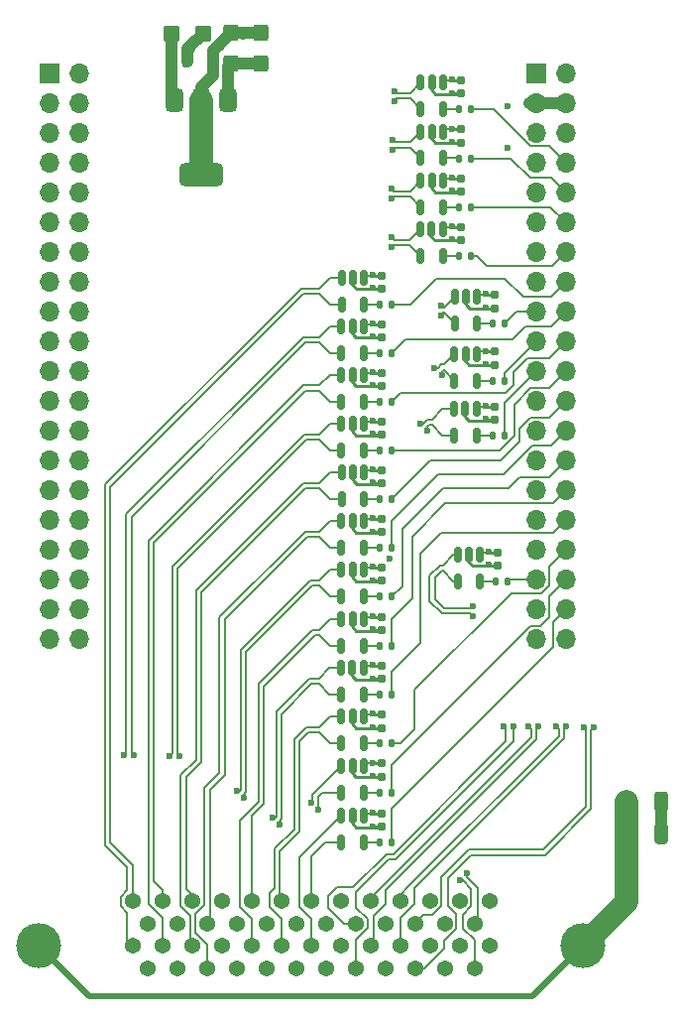
<source format=gtl>
%TF.GenerationSoftware,KiCad,Pcbnew,8.0.4*%
%TF.CreationDate,2024-12-14T22:44:59+01:00*%
%TF.ProjectId,SpicyLightFX3,53706963-794c-4696-9768-744658332e6b,rev?*%
%TF.SameCoordinates,Original*%
%TF.FileFunction,Copper,L1,Top*%
%TF.FilePolarity,Positive*%
%FSLAX46Y46*%
G04 Gerber Fmt 4.6, Leading zero omitted, Abs format (unit mm)*
G04 Created by KiCad (PCBNEW 8.0.4) date 2024-12-14 22:44:59*
%MOMM*%
%LPD*%
G01*
G04 APERTURE LIST*
G04 Aperture macros list*
%AMRoundRect*
0 Rectangle with rounded corners*
0 $1 Rounding radius*
0 $2 $3 $4 $5 $6 $7 $8 $9 X,Y pos of 4 corners*
0 Add a 4 corners polygon primitive as box body*
4,1,4,$2,$3,$4,$5,$6,$7,$8,$9,$2,$3,0*
0 Add four circle primitives for the rounded corners*
1,1,$1+$1,$2,$3*
1,1,$1+$1,$4,$5*
1,1,$1+$1,$6,$7*
1,1,$1+$1,$8,$9*
0 Add four rect primitives between the rounded corners*
20,1,$1+$1,$2,$3,$4,$5,0*
20,1,$1+$1,$4,$5,$6,$7,0*
20,1,$1+$1,$6,$7,$8,$9,0*
20,1,$1+$1,$8,$9,$2,$3,0*%
G04 Aperture macros list end*
%TA.AperFunction,SMDPad,CuDef*%
%ADD10RoundRect,0.250000X-0.450000X-0.425000X0.450000X-0.425000X0.450000X0.425000X-0.450000X0.425000X0*%
%TD*%
%TA.AperFunction,SMDPad,CuDef*%
%ADD11RoundRect,0.155000X-0.155000X0.212500X-0.155000X-0.212500X0.155000X-0.212500X0.155000X0.212500X0*%
%TD*%
%TA.AperFunction,SMDPad,CuDef*%
%ADD12RoundRect,0.150000X-0.150000X0.512500X-0.150000X-0.512500X0.150000X-0.512500X0.150000X0.512500X0*%
%TD*%
%TA.AperFunction,SMDPad,CuDef*%
%ADD13RoundRect,0.250000X-0.425000X0.450000X-0.425000X-0.450000X0.425000X-0.450000X0.425000X0.450000X0*%
%TD*%
%TA.AperFunction,SMDPad,CuDef*%
%ADD14RoundRect,0.135000X-0.135000X-0.185000X0.135000X-0.185000X0.135000X0.185000X-0.135000X0.185000X0*%
%TD*%
%TA.AperFunction,ComponentPad*%
%ADD15R,1.700000X1.700000*%
%TD*%
%TA.AperFunction,ComponentPad*%
%ADD16O,1.700000X1.700000*%
%TD*%
%TA.AperFunction,SMDPad,CuDef*%
%ADD17RoundRect,0.155000X-0.212500X-0.155000X0.212500X-0.155000X0.212500X0.155000X-0.212500X0.155000X0*%
%TD*%
%TA.AperFunction,SMDPad,CuDef*%
%ADD18RoundRect,0.250000X-0.325000X-0.650000X0.325000X-0.650000X0.325000X0.650000X-0.325000X0.650000X0*%
%TD*%
%TA.AperFunction,ComponentPad*%
%ADD19C,1.368000*%
%TD*%
%TA.AperFunction,ComponentPad*%
%ADD20C,3.836000*%
%TD*%
%TA.AperFunction,SMDPad,CuDef*%
%ADD21RoundRect,0.375000X-0.375000X0.625000X-0.375000X-0.625000X0.375000X-0.625000X0.375000X0.625000X0*%
%TD*%
%TA.AperFunction,SMDPad,CuDef*%
%ADD22RoundRect,0.500000X-1.400000X0.500000X-1.400000X-0.500000X1.400000X-0.500000X1.400000X0.500000X0*%
%TD*%
%TA.AperFunction,SMDPad,CuDef*%
%ADD23RoundRect,0.250000X-0.312500X-0.625000X0.312500X-0.625000X0.312500X0.625000X-0.312500X0.625000X0*%
%TD*%
%TA.AperFunction,ViaPad*%
%ADD24C,0.600000*%
%TD*%
%TA.AperFunction,Conductor*%
%ADD25C,1.000000*%
%TD*%
%TA.AperFunction,Conductor*%
%ADD26C,0.250000*%
%TD*%
%TA.AperFunction,Conductor*%
%ADD27C,0.127000*%
%TD*%
%TA.AperFunction,Conductor*%
%ADD28C,2.000000*%
%TD*%
%TA.AperFunction,Conductor*%
%ADD29C,0.500000*%
%TD*%
%TA.AperFunction,Conductor*%
%ADD30C,0.200000*%
%TD*%
G04 APERTURE END LIST*
D10*
%TO.P,C25,1*%
%TO.N,+5V*%
X79730600Y-46583200D03*
%TO.P,C25,2*%
%TO.N,GND*%
X82430600Y-46583200D03*
%TD*%
D11*
%TO.P,C7,1*%
%TO.N,+3V3*%
X97704500Y-92180501D03*
%TO.P,C7,2*%
%TO.N,GND*%
X97704500Y-93315501D03*
%TD*%
D12*
%TO.P,U6,1,V_{CC}*%
%TO.N,+3V3*%
X96144000Y-96565000D03*
%TO.P,U6,2,GND*%
%TO.N,GND*%
X95194000Y-96565000D03*
%TO.P,U6,3,A*%
%TO.N,/OUT4+*%
X94244000Y-96565000D03*
%TO.P,U6,4,B*%
%TO.N,/OUT4-*%
X94244000Y-98840000D03*
%TO.P,U6,5,R*%
%TO.N,Net-(U6-R)*%
X96144000Y-98840000D03*
%TD*%
D11*
%TO.P,C4,1*%
%TO.N,+3V3*%
X97693600Y-104714701D03*
%TO.P,C4,2*%
%TO.N,GND*%
X97693600Y-105849701D03*
%TD*%
D12*
%TO.P,U16,1,V_{CC}*%
%TO.N,+3V3*%
X102920000Y-54965000D03*
%TO.P,U16,2,GND*%
%TO.N,GND*%
X101970000Y-54965000D03*
%TO.P,U16,3,A*%
%TO.N,/OUT14+*%
X101020000Y-54965000D03*
%TO.P,U16,4,B*%
%TO.N,/OUT14-*%
X101020000Y-57240000D03*
%TO.P,U16,5,R*%
%TO.N,Net-(U16-R)*%
X102920000Y-57240000D03*
%TD*%
D13*
%TO.P,C24,1*%
%TO.N,+3V3*%
X84810600Y-46503200D03*
%TO.P,C24,2*%
%TO.N,GND*%
X84810600Y-49203200D03*
%TD*%
D11*
%TO.P,C6,1*%
%TO.N,+3V3*%
X97693400Y-96378501D03*
%TO.P,C6,2*%
%TO.N,GND*%
X97693400Y-97513501D03*
%TD*%
%TO.P,C18,1*%
%TO.N,+3V3*%
X107354000Y-73756001D03*
%TO.P,C18,2*%
%TO.N,GND*%
X107354000Y-74891001D03*
%TD*%
%TO.P,C3,1*%
%TO.N,+3V3*%
X97694600Y-108894701D03*
%TO.P,C3,2*%
%TO.N,GND*%
X97694600Y-110029701D03*
%TD*%
D12*
%TO.P,U14,1,V_{CC}*%
%TO.N,+3V3*%
X102910700Y-63285000D03*
%TO.P,U14,2,GND*%
%TO.N,GND*%
X101960700Y-63285000D03*
%TO.P,U14,3,A*%
%TO.N,/OUT12+*%
X101010700Y-63285000D03*
%TO.P,U14,4,B*%
%TO.N,/OUT12-*%
X101010700Y-65560000D03*
%TO.P,U14,5,R*%
%TO.N,Net-(U14-R)*%
X102910700Y-65560000D03*
%TD*%
D14*
%TO.P,R18,1*%
%TO.N,Net-(U18-R)*%
X107174200Y-76228500D03*
%TO.P,R18,2*%
%TO.N,/HSYNC*%
X108194200Y-76228500D03*
%TD*%
%TO.P,R20,1*%
%TO.N,Net-(U20-R)*%
X107184000Y-71374000D03*
%TO.P,R20,2*%
%TO.N,/DATA_VALID*%
X108204000Y-71374000D03*
%TD*%
%TO.P,R19,1*%
%TO.N,Net-(U19-R)*%
X107155600Y-80910000D03*
%TO.P,R19,2*%
%TO.N,/VSYNC*%
X108175600Y-80910000D03*
%TD*%
D12*
%TO.P,U17,1,V_{CC}*%
%TO.N,+3V3*%
X102920000Y-50795000D03*
%TO.P,U17,2,GND*%
%TO.N,GND*%
X101970000Y-50795000D03*
%TO.P,U17,3,A*%
%TO.N,/OUT15+*%
X101020000Y-50795000D03*
%TO.P,U17,4,B*%
%TO.N,/OUT15-*%
X101020000Y-53070000D03*
%TO.P,U17,5,R*%
%TO.N,Net-(U17-R)*%
X102920000Y-53070000D03*
%TD*%
D14*
%TO.P,R12,1*%
%TO.N,Net-(U12-R)*%
X97522500Y-73869000D03*
%TO.P,R12,2*%
%TO.N,/OUT10*%
X98542500Y-73869000D03*
%TD*%
D15*
%TO.P,J2,1,V3P3*%
%TO.N,unconnected-(J2-V3P3-Pad1)*%
X110870000Y-50038000D03*
D16*
%TO.P,J2,2,V1P2*%
%TO.N,unconnected-(J2-V1P2-Pad2)*%
X113410000Y-50038000D03*
%TO.P,J2,3,USB3_VBUS*%
%TO.N,+5V*%
X110870000Y-52578000D03*
%TO.P,J2,4,USB3_VBUS*%
X113410000Y-52578000D03*
%TO.P,J2,5,KEY*%
%TO.N,unconnected-(J2-KEY-Pad5)*%
X110870000Y-55118000D03*
%TO.P,J2,6,GND*%
%TO.N,GND*%
X113410000Y-55118000D03*
%TO.P,J2,7,CTL12*%
%TO.N,unconnected-(J2-CTL12-Pad7)*%
X110870000Y-57658000D03*
%TO.P,J2,8,DQ15*%
%TO.N,/OUT15*%
X113410000Y-57658000D03*
%TO.P,J2,9,CTL11*%
%TO.N,unconnected-(J2-CTL11-Pad9)*%
X110870000Y-60198000D03*
%TO.P,J2,10,DQ14*%
%TO.N,/OUT14*%
X113410000Y-60198000D03*
%TO.P,J2,11,CTL10*%
%TO.N,unconnected-(J2-CTL10-Pad11)*%
X110870000Y-62738000D03*
%TO.P,J2,12,DQ13*%
%TO.N,/OUT13*%
X113410000Y-62738000D03*
%TO.P,J2,13,CTL9*%
%TO.N,unconnected-(J2-CTL9-Pad13)*%
X110870000Y-65278000D03*
%TO.P,J2,14,DQ12*%
%TO.N,/OUT12*%
X113410000Y-65278000D03*
%TO.P,J2,15,CTL8*%
%TO.N,unconnected-(J2-CTL8-Pad15)*%
X110870000Y-67818000D03*
%TO.P,J2,16,DQ11*%
%TO.N,/OUT11*%
X113410000Y-67818000D03*
%TO.P,J2,17,CTL7*%
%TO.N,/DATA_VALID*%
X110870000Y-70358000D03*
%TO.P,J2,18,DQ10*%
%TO.N,/OUT10*%
X113410000Y-70358000D03*
%TO.P,J2,19,CTL6*%
%TO.N,/HSYNC*%
X110870000Y-72898000D03*
%TO.P,J2,20,DQ9*%
%TO.N,/OUT9*%
X113410000Y-72898000D03*
%TO.P,J2,21,CTL5*%
%TO.N,/VSYNC*%
X110870000Y-75438000D03*
%TO.P,J2,22,DQ8*%
%TO.N,/OUT8*%
X113410000Y-75438000D03*
%TO.P,J2,23,CTL4_SW*%
%TO.N,unconnected-(J2-CTL4_SW-Pad23)*%
X110870000Y-77978000D03*
%TO.P,J2,24,DQ7*%
%TO.N,/OUT7*%
X113410000Y-77978000D03*
%TO.P,J2,25,CTL3*%
%TO.N,unconnected-(J2-CTL3-Pad25)*%
X110870000Y-80518000D03*
%TO.P,J2,26,DQ6*%
%TO.N,/OUT6*%
X113410000Y-80518000D03*
%TO.P,J2,27,CTL2*%
%TO.N,unconnected-(J2-CTL2-Pad27)*%
X110870000Y-83058000D03*
%TO.P,J2,28,DQ5*%
%TO.N,/OUT5*%
X113410000Y-83058000D03*
%TO.P,J2,29,CTL1*%
%TO.N,unconnected-(J2-CTL1-Pad29)*%
X110870000Y-85598000D03*
%TO.P,J2,30,DQ4*%
%TO.N,/OUT4*%
X113410000Y-85598000D03*
%TO.P,J2,31,CTL0*%
%TO.N,unconnected-(J2-CTL0-Pad31)*%
X110870000Y-88138000D03*
%TO.P,J2,32,DQ3*%
%TO.N,/OUT3*%
X113410000Y-88138000D03*
%TO.P,J2,33,GND*%
%TO.N,GND*%
X110870000Y-90678000D03*
%TO.P,J2,34,DQ2*%
%TO.N,/OUT2*%
X113410000Y-90678000D03*
%TO.P,J2,35,PCLK*%
%TO.N,/PIXCLK*%
X110870000Y-93218000D03*
%TO.P,J2,36,DQ1*%
%TO.N,/OUT1*%
X113410000Y-93218000D03*
%TO.P,J2,37,GND*%
%TO.N,GND*%
X110870000Y-95758000D03*
%TO.P,J2,38,DQ0*%
%TO.N,/OUT0*%
X113410000Y-95758000D03*
%TO.P,J2,39,I2C_SDA_FX3*%
%TO.N,unconnected-(J2-I2C_SDA_FX3-Pad39)*%
X110870000Y-98298000D03*
%TO.P,J2,40,I2C_SCL_FX3*%
%TO.N,unconnected-(J2-I2C_SCL_FX3-Pad40)*%
X113410000Y-98298000D03*
%TD*%
D12*
%TO.P,U10,1,V_{CC}*%
%TO.N,+3V3*%
X96155100Y-79887000D03*
%TO.P,U10,2,GND*%
%TO.N,GND*%
X95205100Y-79887000D03*
%TO.P,U10,3,A*%
%TO.N,/OUT8+*%
X94255100Y-79887000D03*
%TO.P,U10,4,B*%
%TO.N,/OUT8-*%
X94255100Y-82162000D03*
%TO.P,U10,5,R*%
%TO.N,Net-(U10-R)*%
X96155100Y-82162000D03*
%TD*%
D14*
%TO.P,R8,1*%
%TO.N,Net-(U8-R)*%
X97524700Y-90493000D03*
%TO.P,R8,2*%
%TO.N,/OUT6*%
X98544700Y-90493000D03*
%TD*%
D12*
%TO.P,U13,1,V_{CC}*%
%TO.N,+3V3*%
X96162900Y-67433000D03*
%TO.P,U13,2,GND*%
%TO.N,GND*%
X95212900Y-67433000D03*
%TO.P,U13,3,A*%
%TO.N,/OUT11+*%
X94262900Y-67433000D03*
%TO.P,U13,4,B*%
%TO.N,/OUT11-*%
X94262900Y-69708000D03*
%TO.P,U13,5,R*%
%TO.N,Net-(U13-R)*%
X96162900Y-69708000D03*
%TD*%
D15*
%TO.P,J1,1,V3P3*%
%TO.N,unconnected-(J1-V3P3-Pad1)*%
X69342000Y-50038000D03*
D16*
%TO.P,J1,2,V1P2*%
%TO.N,unconnected-(J1-V1P2-Pad2)*%
X71882000Y-50038000D03*
%TO.P,J1,3,INT_N_CTL15*%
%TO.N,unconnected-(J1-INT_N_CTL15-Pad3)*%
X69342000Y-52578000D03*
%TO.P,J1,4,VIO*%
%TO.N,unconnected-(J1-VIO-Pad4)*%
X71882000Y-52578000D03*
%TO.P,J1,5,KEY*%
%TO.N,unconnected-(J1-KEY-Pad5)*%
X69342000Y-55118000D03*
%TO.P,J1,6,DQ31*%
%TO.N,unconnected-(J1-DQ31-Pad6)*%
X71882000Y-55118000D03*
%TO.P,J1,7,PMODE_2*%
%TO.N,unconnected-(J1-PMODE_2-Pad7)*%
X69342000Y-57658000D03*
%TO.P,J1,8,DQ30*%
%TO.N,unconnected-(J1-DQ30-Pad8)*%
X71882000Y-57658000D03*
%TO.P,J1,9,PMODE_1*%
%TO.N,unconnected-(J1-PMODE_1-Pad9)*%
X69342000Y-60198000D03*
%TO.P,J1,10,DQ29*%
%TO.N,unconnected-(J1-DQ29-Pad10)*%
X71882000Y-60198000D03*
%TO.P,J1,11,PMODE_0*%
%TO.N,unconnected-(J1-PMODE_0-Pad11)*%
X69342000Y-62738000D03*
%TO.P,J1,12,DQ28*%
%TO.N,unconnected-(J1-DQ28-Pad12)*%
X71882000Y-62738000D03*
%TO.P,J1,13,GND*%
%TO.N,GND*%
X69342000Y-65278000D03*
%TO.P,J1,14,GPIO45*%
%TO.N,unconnected-(J1-GPIO45-Pad14)*%
X71882000Y-65278000D03*
%TO.P,J1,15,GND*%
%TO.N,GND*%
X69342000Y-67818000D03*
%TO.P,J1,16,DQ27*%
%TO.N,unconnected-(J1-DQ27-Pad16)*%
X71882000Y-67818000D03*
%TO.P,J1,17,GND*%
%TO.N,GND*%
X69342000Y-70358000D03*
%TO.P,J1,18,DQ26*%
%TO.N,unconnected-(J1-DQ26-Pad18)*%
X71882000Y-70358000D03*
%TO.P,J1,19,SPI-MOSI_UART-RX*%
%TO.N,unconnected-(J1-SPI-MOSI_UART-RX-Pad19)*%
X69342000Y-72898000D03*
%TO.P,J1,20,DQ25*%
%TO.N,unconnected-(J1-DQ25-Pad20)*%
X71882000Y-72898000D03*
%TO.P,J1,21,SPI-MISO_UART_TX*%
%TO.N,unconnected-(J1-SPI-MISO_UART_TX-Pad21)*%
X69342000Y-75438000D03*
%TO.P,J1,22,DQ24*%
%TO.N,unconnected-(J1-DQ24-Pad22)*%
X71882000Y-75438000D03*
%TO.P,J1,23,SPI-SSN_UART-CTS*%
%TO.N,unconnected-(J1-SPI-SSN_UART-CTS-Pad23)*%
X69342000Y-77978000D03*
%TO.P,J1,24,DQ23*%
%TO.N,unconnected-(J1-DQ23-Pad24)*%
X71882000Y-77978000D03*
%TO.P,J1,25,GND*%
%TO.N,GND*%
X69342000Y-80518000D03*
%TO.P,J1,26,DQ22*%
%TO.N,unconnected-(J1-DQ22-Pad26)*%
X71882000Y-80518000D03*
%TO.P,J1,27,SPI-SCK_UART-RTS*%
%TO.N,unconnected-(J1-SPI-SCK_UART-RTS-Pad27)*%
X69342000Y-83058000D03*
%TO.P,J1,28,DQ21*%
%TO.N,unconnected-(J1-DQ21-Pad28)*%
X71882000Y-83058000D03*
%TO.P,J1,29,GND*%
%TO.N,GND*%
X69342000Y-85598000D03*
%TO.P,J1,30,DQ20*%
%TO.N,unconnected-(J1-DQ20-Pad30)*%
X71882000Y-85598000D03*
%TO.P,J1,31,I2S_WS*%
%TO.N,unconnected-(J1-I2S_WS-Pad31)*%
X69342000Y-88138000D03*
%TO.P,J1,32,DQ19*%
%TO.N,unconnected-(J1-DQ19-Pad32)*%
X71882000Y-88138000D03*
%TO.P,J1,33,I2S_SD*%
%TO.N,unconnected-(J1-I2S_SD-Pad33)*%
X69342000Y-90678000D03*
%TO.P,J1,34,DQ18*%
%TO.N,unconnected-(J1-DQ18-Pad34)*%
X71882000Y-90678000D03*
%TO.P,J1,35,GPIO57_I2S-MCLK_VIO3_SW*%
%TO.N,unconnected-(J1-GPIO57_I2S-MCLK_VIO3_SW-Pad35)*%
X69342000Y-93218000D03*
%TO.P,J1,36,DQ17*%
%TO.N,unconnected-(J1-DQ17-Pad36)*%
X71882000Y-93218000D03*
%TO.P,J1,37,I2S_CLK*%
%TO.N,unconnected-(J1-I2S_CLK-Pad37)*%
X69342000Y-95758000D03*
%TO.P,J1,38,DQ16*%
%TO.N,unconnected-(J1-DQ16-Pad38)*%
X71882000Y-95758000D03*
%TO.P,J1,39,GND*%
%TO.N,GND*%
X69342000Y-98298000D03*
%TO.P,J1,40,GND*%
X71882000Y-98298000D03*
%TD*%
D17*
%TO.P,C22,1*%
%TO.N,+5V*%
X79865600Y-49123200D03*
%TO.P,C22,2*%
%TO.N,GND*%
X81000600Y-49123200D03*
%TD*%
D18*
%TO.P,C2,1*%
%TO.N,Net-(C2-Pad1)*%
X118601500Y-114826050D03*
%TO.P,C2,2*%
%TO.N,GND*%
X121551500Y-114826050D03*
%TD*%
D12*
%TO.P,U4,1,V_{CC}*%
%TO.N,+3V3*%
X96144200Y-104901200D03*
%TO.P,U4,2,GND*%
%TO.N,GND*%
X95194200Y-104901200D03*
%TO.P,U4,3,A*%
%TO.N,/OUT2+*%
X94244200Y-104901200D03*
%TO.P,U4,4,B*%
%TO.N,/OUT2-*%
X94244200Y-107176200D03*
%TO.P,U4,5,R*%
%TO.N,Net-(U4-R)*%
X96144200Y-107176200D03*
%TD*%
D14*
%TO.P,R6,1*%
%TO.N,Net-(U6-R)*%
X97513600Y-98851000D03*
%TO.P,R6,2*%
%TO.N,/OUT4*%
X98533600Y-98851000D03*
%TD*%
D12*
%TO.P,U8,1,V_{CC}*%
%TO.N,+3V3*%
X96155100Y-88207000D03*
%TO.P,U8,2,GND*%
%TO.N,GND*%
X95205100Y-88207000D03*
%TO.P,U8,3,A*%
%TO.N,/OUT6+*%
X94255100Y-88207000D03*
%TO.P,U8,4,B*%
%TO.N,/OUT6-*%
X94255100Y-90482000D03*
%TO.P,U8,5,R*%
%TO.N,Net-(U8-R)*%
X96155100Y-90482000D03*
%TD*%
D14*
%TO.P,R10,1*%
%TO.N,Net-(U10-R)*%
X97524700Y-82173000D03*
%TO.P,R10,2*%
%TO.N,/OUT8*%
X98544700Y-82173000D03*
%TD*%
D12*
%TO.P,U21,1,V_{CC}*%
%TO.N,+3V3*%
X106087100Y-91059000D03*
%TO.P,U21,2,GND*%
%TO.N,GND*%
X105137100Y-91059000D03*
%TO.P,U21,3,A*%
%TO.N,/PIXCLK+*%
X104187100Y-91059000D03*
%TO.P,U21,4,B*%
%TO.N,/PIXCLK-*%
X104187100Y-93334000D03*
%TO.P,U21,5,R*%
%TO.N,Net-(U21-R)*%
X106087100Y-93334000D03*
%TD*%
D11*
%TO.P,C1,1*%
%TO.N,+3V3*%
X97696600Y-113161900D03*
%TO.P,C1,2*%
%TO.N,GND*%
X97696600Y-114296900D03*
%TD*%
D14*
%TO.P,R13,1*%
%TO.N,Net-(U13-R)*%
X97532500Y-69719000D03*
%TO.P,R13,2*%
%TO.N,/OUT11*%
X98552500Y-69719000D03*
%TD*%
D11*
%TO.P,C15,1*%
%TO.N,+3V3*%
X104469400Y-58958501D03*
%TO.P,C15,2*%
%TO.N,GND*%
X104469400Y-60093501D03*
%TD*%
D14*
%TO.P,R11,1*%
%TO.N,Net-(U11-R)*%
X97523600Y-78011000D03*
%TO.P,R11,2*%
%TO.N,/OUT9*%
X98543600Y-78011000D03*
%TD*%
D12*
%TO.P,U5,1,V_{CC}*%
%TO.N,+3V3*%
X96134000Y-100730000D03*
%TO.P,U5,2,GND*%
%TO.N,GND*%
X95184000Y-100730000D03*
%TO.P,U5,3,A*%
%TO.N,/OUT3+*%
X94234000Y-100730000D03*
%TO.P,U5,4,B*%
%TO.N,/OUT3-*%
X94234000Y-103005000D03*
%TO.P,U5,5,R*%
%TO.N,Net-(U5-R)*%
X96134000Y-103005000D03*
%TD*%
D19*
%TO.P,U1,1,1*%
%TO.N,/OUT12-*%
X106883200Y-120660000D03*
%TO.P,U1,2,2*%
%TO.N,/OUT13-*%
X105613200Y-122560000D03*
%TO.P,U1,3,3*%
%TO.N,GND*%
X104343200Y-120660000D03*
%TO.P,U1,4,4*%
%TO.N,/OUT14-*%
X103073200Y-122560000D03*
%TO.P,U1,5,5*%
%TO.N,/OUT15-*%
X101803200Y-120660000D03*
%TO.P,U1,6,6*%
%TO.N,/PIXCLK+*%
X100533200Y-122560000D03*
%TO.P,U1,7,7*%
%TO.N,/HSYNC+*%
X99263200Y-120660000D03*
%TO.P,U1,8,8*%
%TO.N,GND*%
X97993200Y-122560000D03*
%TO.P,U1,9,9*%
%TO.N,/VSYNC+*%
X96723200Y-120660000D03*
%TO.P,U1,10,10*%
%TO.N,/DATA_VALID+*%
X95453200Y-122560000D03*
%TO.P,U1,11,11*%
%TO.N,unconnected-(U1-Pad11)*%
X94183200Y-120660000D03*
%TO.P,U1,12,12*%
%TO.N,unconnected-(U1-Pad12)*%
X92913200Y-122560000D03*
%TO.P,U1,13,13*%
%TO.N,/OUT0-*%
X91643200Y-120660000D03*
%TO.P,U1,14,14*%
%TO.N,/OUT1-*%
X90373200Y-122560000D03*
%TO.P,U1,15,15*%
%TO.N,/OUT2-*%
X89103200Y-120660000D03*
%TO.P,U1,16,16*%
%TO.N,/OUT3-*%
X87833200Y-122560000D03*
%TO.P,U1,17,17*%
%TO.N,/OUT4-*%
X86563200Y-120660000D03*
%TO.P,U1,18,18*%
%TO.N,/OUT5-*%
X85293200Y-122560000D03*
%TO.P,U1,19,19*%
%TO.N,GND*%
X84023200Y-120660000D03*
%TO.P,U1,20,20*%
%TO.N,/OUT6-*%
X82753200Y-122560000D03*
%TO.P,U1,21,21*%
%TO.N,/OUT7-*%
X81483200Y-120660000D03*
%TO.P,U1,22,22*%
%TO.N,/OUT8-*%
X80213200Y-122560000D03*
%TO.P,U1,23,23*%
%TO.N,/OUT9-*%
X78943200Y-120660000D03*
%TO.P,U1,24,24*%
%TO.N,/OUT10-*%
X77673200Y-122560000D03*
%TO.P,U1,25,25*%
%TO.N,/OUT11-*%
X76403200Y-120660000D03*
%TO.P,U1,26,26*%
%TO.N,/OUT12+*%
X106883200Y-124460000D03*
%TO.P,U1,27,27*%
%TO.N,/OUT13+*%
X105613200Y-126360000D03*
%TO.P,U1,28,28*%
%TO.N,GND*%
X104343200Y-124460000D03*
%TO.P,U1,29,29*%
%TO.N,/OUT14+*%
X103073200Y-126360000D03*
%TO.P,U1,30,30*%
%TO.N,/OUT15+*%
X101803200Y-124460000D03*
%TO.P,U1,31,31*%
%TO.N,/PIXCLK-*%
X100533200Y-126360000D03*
%TO.P,U1,32,32*%
%TO.N,/HSYNC-*%
X99263200Y-124460000D03*
%TO.P,U1,33,33*%
%TO.N,GND*%
X97993200Y-126360000D03*
%TO.P,U1,34,34*%
%TO.N,/VSYNC-*%
X96723200Y-124460000D03*
%TO.P,U1,35,35*%
%TO.N,/DATA_VALID-*%
X95453200Y-126360000D03*
%TO.P,U1,36,36*%
%TO.N,unconnected-(U1-Pad36)*%
X94183200Y-124460000D03*
%TO.P,U1,37,37*%
%TO.N,unconnected-(U1-Pad37)*%
X92913200Y-126360000D03*
%TO.P,U1,38,38*%
%TO.N,/OUT0+*%
X91643200Y-124460000D03*
%TO.P,U1,39,39*%
%TO.N,/OUT1+*%
X90373200Y-126360000D03*
%TO.P,U1,40,40*%
%TO.N,/OUT2+*%
X89103200Y-124460000D03*
%TO.P,U1,41,41*%
%TO.N,/OUT3+*%
X87833200Y-126360000D03*
%TO.P,U1,42,42*%
%TO.N,/OUT4+*%
X86563200Y-124460000D03*
%TO.P,U1,43,43*%
%TO.N,/OUT5+*%
X85293200Y-126360000D03*
%TO.P,U1,44,44*%
%TO.N,GND*%
X84023200Y-124460000D03*
%TO.P,U1,45,45*%
%TO.N,/OUT6+*%
X82753200Y-126360000D03*
%TO.P,U1,46,46*%
%TO.N,/OUT7+*%
X81483200Y-124460000D03*
%TO.P,U1,47,47*%
%TO.N,/OUT8+*%
X80213200Y-126360000D03*
%TO.P,U1,48,48*%
%TO.N,/OUT9+*%
X78943200Y-124460000D03*
%TO.P,U1,49,49*%
%TO.N,/OUT10+*%
X77673200Y-126360000D03*
%TO.P,U1,50,50*%
%TO.N,/OUT11+*%
X76403200Y-124460000D03*
D20*
%TO.P,U1,S1,S1*%
%TO.N,Net-(C2-Pad1)*%
X114883200Y-124460000D03*
%TO.P,U1,S2,S2*%
X68403200Y-124460000D03*
%TD*%
D11*
%TO.P,C9,1*%
%TO.N,+3V3*%
X97713400Y-83858501D03*
%TO.P,C9,2*%
%TO.N,GND*%
X97713400Y-84993501D03*
%TD*%
D21*
%TO.P,U22,1,GND*%
%TO.N,GND*%
X84570600Y-52323200D03*
%TO.P,U22,2,VO*%
%TO.N,+3V3*%
X82270600Y-52323200D03*
D22*
X82270600Y-58623200D03*
D21*
%TO.P,U22,3,VI*%
%TO.N,+5V*%
X79970600Y-52323200D03*
%TD*%
D11*
%TO.P,C8,1*%
%TO.N,+3V3*%
X97704500Y-88020501D03*
%TO.P,C8,2*%
%TO.N,GND*%
X97704500Y-89155501D03*
%TD*%
D14*
%TO.P,R17,1*%
%TO.N,Net-(U17-R)*%
X104289600Y-53081000D03*
%TO.P,R17,2*%
%TO.N,/OUT15*%
X105309600Y-53081000D03*
%TD*%
%TO.P,R21,1*%
%TO.N,Net-(U21-R)*%
X107456700Y-93345000D03*
%TO.P,R21,2*%
%TO.N,/PIXCLK*%
X108476700Y-93345000D03*
%TD*%
D11*
%TO.P,C13,1*%
%TO.N,+3V3*%
X97712300Y-67246501D03*
%TO.P,C13,2*%
%TO.N,GND*%
X97712300Y-68381501D03*
%TD*%
%TO.P,C17,1*%
%TO.N,+3V3*%
X104469400Y-50608501D03*
%TO.P,C17,2*%
%TO.N,GND*%
X104469400Y-51743501D03*
%TD*%
D12*
%TO.P,U7,1,V_{CC}*%
%TO.N,+3V3*%
X96155100Y-92367000D03*
%TO.P,U7,2,GND*%
%TO.N,GND*%
X95205100Y-92367000D03*
%TO.P,U7,3,A*%
%TO.N,/OUT5+*%
X94255100Y-92367000D03*
%TO.P,U7,4,B*%
%TO.N,/OUT5-*%
X94255100Y-94642000D03*
%TO.P,U7,5,R*%
%TO.N,Net-(U7-R)*%
X96155100Y-94642000D03*
%TD*%
D14*
%TO.P,R5,1*%
%TO.N,Net-(U5-R)*%
X97503600Y-103016000D03*
%TO.P,R5,2*%
%TO.N,/OUT3*%
X98523600Y-103016000D03*
%TD*%
D23*
%TO.P,R1,1*%
%TO.N,Net-(C2-Pad1)*%
X118614000Y-112159050D03*
%TO.P,R1,2*%
%TO.N,GND*%
X121539000Y-112159050D03*
%TD*%
D11*
%TO.P,C14,1*%
%TO.N,+3V3*%
X104460100Y-63098501D03*
%TO.P,C14,2*%
%TO.N,GND*%
X104460100Y-64233501D03*
%TD*%
%TO.P,C16,1*%
%TO.N,+3V3*%
X104469400Y-54778501D03*
%TO.P,C16,2*%
%TO.N,GND*%
X104469400Y-55913501D03*
%TD*%
D13*
%TO.P,C23,1*%
%TO.N,+3V3*%
X87350600Y-46503200D03*
%TO.P,C23,2*%
%TO.N,GND*%
X87350600Y-49203200D03*
%TD*%
D12*
%TO.P,U2,1,V_{CC}*%
%TO.N,+3V3*%
X96147200Y-113348400D03*
%TO.P,U2,2,GND*%
%TO.N,GND*%
X95197200Y-113348400D03*
%TO.P,U2,3,A*%
%TO.N,/OUT0+*%
X94247200Y-113348400D03*
%TO.P,U2,4,B*%
%TO.N,/OUT0-*%
X94247200Y-115623400D03*
%TO.P,U2,5,R*%
%TO.N,Net-(U2-R)*%
X96147200Y-115623400D03*
%TD*%
D14*
%TO.P,R15,1*%
%TO.N,Net-(U15-R)*%
X104289600Y-61431000D03*
%TO.P,R15,2*%
%TO.N,/OUT13*%
X105309600Y-61431000D03*
%TD*%
D12*
%TO.P,U18,1,V_{CC}*%
%TO.N,+3V3*%
X105804600Y-73942500D03*
%TO.P,U18,2,GND*%
%TO.N,GND*%
X104854600Y-73942500D03*
%TO.P,U18,3,A*%
%TO.N,/HSYNC+*%
X103904600Y-73942500D03*
%TO.P,U18,4,B*%
%TO.N,/HSYNC-*%
X103904600Y-76217500D03*
%TO.P,U18,5,R*%
%TO.N,Net-(U18-R)*%
X105804600Y-76217500D03*
%TD*%
D14*
%TO.P,R7,1*%
%TO.N,Net-(U7-R)*%
X97524700Y-94653000D03*
%TO.P,R7,2*%
%TO.N,/OUT5*%
X98544700Y-94653000D03*
%TD*%
D11*
%TO.P,C11,1*%
%TO.N,+3V3*%
X97703400Y-75538501D03*
%TO.P,C11,2*%
%TO.N,GND*%
X97703400Y-76673501D03*
%TD*%
D12*
%TO.P,U11,1,V_{CC}*%
%TO.N,+3V3*%
X96154000Y-75725000D03*
%TO.P,U11,2,GND*%
%TO.N,GND*%
X95204000Y-75725000D03*
%TO.P,U11,3,A*%
%TO.N,/OUT9+*%
X94254000Y-75725000D03*
%TO.P,U11,4,B*%
%TO.N,/OUT9-*%
X94254000Y-78000000D03*
%TO.P,U11,5,R*%
%TO.N,Net-(U11-R)*%
X96154000Y-78000000D03*
%TD*%
D11*
%TO.P,C20,1*%
%TO.N,+3V3*%
X107363800Y-68901501D03*
%TO.P,C20,2*%
%TO.N,GND*%
X107363800Y-70036501D03*
%TD*%
D14*
%TO.P,R9,1*%
%TO.N,Net-(U9-R)*%
X97533600Y-86331000D03*
%TO.P,R9,2*%
%TO.N,/LVDSReceiver7/R*%
X98553600Y-86331000D03*
%TD*%
D11*
%TO.P,C12,1*%
%TO.N,+3V3*%
X97702300Y-71396501D03*
%TO.P,C12,2*%
%TO.N,GND*%
X97702300Y-72531501D03*
%TD*%
%TO.P,C10,1*%
%TO.N,+3V3*%
X97704500Y-79700501D03*
%TO.P,C10,2*%
%TO.N,GND*%
X97704500Y-80835501D03*
%TD*%
D12*
%TO.P,U9,1,V_{CC}*%
%TO.N,+3V3*%
X96164000Y-84045000D03*
%TO.P,U9,2,GND*%
%TO.N,GND*%
X95214000Y-84045000D03*
%TO.P,U9,3,A*%
%TO.N,/LVDSReceiver7/A*%
X94264000Y-84045000D03*
%TO.P,U9,4,B*%
%TO.N,/LVDSReceiver7/B*%
X94264000Y-86320000D03*
%TO.P,U9,5,R*%
%TO.N,Net-(U9-R)*%
X96164000Y-86320000D03*
%TD*%
D11*
%TO.P,C19,1*%
%TO.N,+3V3*%
X107335400Y-78437501D03*
%TO.P,C19,2*%
%TO.N,GND*%
X107335400Y-79572501D03*
%TD*%
D14*
%TO.P,R14,1*%
%TO.N,Net-(U14-R)*%
X104280300Y-65571000D03*
%TO.P,R14,2*%
%TO.N,/OUT12*%
X105300300Y-65571000D03*
%TD*%
%TO.P,R16,1*%
%TO.N,Net-(U16-R)*%
X104289600Y-57251000D03*
%TO.P,R16,2*%
%TO.N,/OUT14*%
X105309600Y-57251000D03*
%TD*%
%TO.P,R4,1*%
%TO.N,Net-(U4-R)*%
X97513800Y-107187200D03*
%TO.P,R4,2*%
%TO.N,/OUT2*%
X98533800Y-107187200D03*
%TD*%
%TO.P,R2,1*%
%TO.N,Net-(U2-R)*%
X97516800Y-115634400D03*
%TO.P,R2,2*%
%TO.N,/OUT0*%
X98536800Y-115634400D03*
%TD*%
D12*
%TO.P,U3,1,V_{CC}*%
%TO.N,+3V3*%
X96145200Y-109081200D03*
%TO.P,U3,2,GND*%
%TO.N,GND*%
X95195200Y-109081200D03*
%TO.P,U3,3,A*%
%TO.N,/OUT1+*%
X94245200Y-109081200D03*
%TO.P,U3,4,B*%
%TO.N,/OUT1-*%
X94245200Y-111356200D03*
%TO.P,U3,5,R*%
%TO.N,Net-(U3-R)*%
X96145200Y-111356200D03*
%TD*%
%TO.P,U19,1,V_{CC}*%
%TO.N,+3V3*%
X105786000Y-78624000D03*
%TO.P,U19,2,GND*%
%TO.N,GND*%
X104836000Y-78624000D03*
%TO.P,U19,3,A*%
%TO.N,/VSYNC+*%
X103886000Y-78624000D03*
%TO.P,U19,4,B*%
%TO.N,/VSYNC-*%
X103886000Y-80899000D03*
%TO.P,U19,5,R*%
%TO.N,Net-(U19-R)*%
X105786000Y-80899000D03*
%TD*%
D11*
%TO.P,C21,1*%
%TO.N,+3V3*%
X107636500Y-90872501D03*
%TO.P,C21,2*%
%TO.N,GND*%
X107636500Y-92007501D03*
%TD*%
D14*
%TO.P,R3,1*%
%TO.N,Net-(U3-R)*%
X97514800Y-111367200D03*
%TO.P,R3,2*%
%TO.N,/OUT1*%
X98534800Y-111367200D03*
%TD*%
D12*
%TO.P,U15,1,V_{CC}*%
%TO.N,+3V3*%
X102920000Y-59145000D03*
%TO.P,U15,2,GND*%
%TO.N,GND*%
X101970000Y-59145000D03*
%TO.P,U15,3,A*%
%TO.N,/OUT13+*%
X101020000Y-59145000D03*
%TO.P,U15,4,B*%
%TO.N,/OUT13-*%
X101020000Y-61420000D03*
%TO.P,U15,5,R*%
%TO.N,Net-(U15-R)*%
X102920000Y-61420000D03*
%TD*%
%TO.P,U20,1,V_{CC}*%
%TO.N,+3V3*%
X105814400Y-69088000D03*
%TO.P,U20,2,GND*%
%TO.N,GND*%
X104864400Y-69088000D03*
%TO.P,U20,3,A*%
%TO.N,/DATA_VALID+*%
X103914400Y-69088000D03*
%TO.P,U20,4,B*%
%TO.N,/DATA_VALID-*%
X103914400Y-71363000D03*
%TO.P,U20,5,R*%
%TO.N,Net-(U20-R)*%
X105814400Y-71363000D03*
%TD*%
%TO.P,U12,1,V_{CC}*%
%TO.N,+3V3*%
X96152900Y-71583000D03*
%TO.P,U12,2,GND*%
%TO.N,GND*%
X95202900Y-71583000D03*
%TO.P,U12,3,A*%
%TO.N,/OUT10+*%
X94252900Y-71583000D03*
%TO.P,U12,4,B*%
%TO.N,/OUT10-*%
X94252900Y-73858000D03*
%TO.P,U12,5,R*%
%TO.N,Net-(U12-R)*%
X96152900Y-73858000D03*
%TD*%
D11*
%TO.P,C5,1*%
%TO.N,+3V3*%
X97683400Y-100543501D03*
%TO.P,C5,2*%
%TO.N,GND*%
X97683400Y-101678501D03*
%TD*%
D24*
%TO.N,GND*%
X121600000Y-112100000D03*
X121600000Y-113500000D03*
X121600000Y-114800000D03*
%TO.N,+3V3*%
X103707400Y-54711000D03*
X106592000Y-73688500D03*
X103707400Y-50541000D03*
X82778600Y-50647200D03*
X82270600Y-55219200D03*
X96931600Y-104647200D03*
X82270600Y-57251200D03*
X106874500Y-90805000D03*
X96921400Y-100476000D03*
X85826600Y-46583200D03*
X103707400Y-58891000D03*
X96942500Y-79633000D03*
X96951400Y-83791000D03*
X96941400Y-75471000D03*
X106573400Y-78370000D03*
X96942500Y-87953000D03*
X96940300Y-71329000D03*
X82270600Y-56235200D03*
X96931400Y-96311000D03*
X96926400Y-67208400D03*
X103698100Y-63031000D03*
X96934600Y-113094400D03*
X83286600Y-49123200D03*
X82270600Y-54203200D03*
X96942500Y-92113000D03*
X96932600Y-108827200D03*
X83794600Y-47599200D03*
X106601800Y-68834000D03*
%TO.N,GND*%
X96931600Y-105790200D03*
X106592000Y-74831500D03*
X96942500Y-93256000D03*
X96934600Y-114237400D03*
X106573400Y-79513000D03*
X103707400Y-60034000D03*
X96941400Y-76614000D03*
X81254600Y-47853200D03*
X96921400Y-101619000D03*
X106874500Y-91948000D03*
X103707400Y-51684000D03*
X96942500Y-80776000D03*
X96942500Y-89096000D03*
X84556600Y-50647200D03*
X96931400Y-97454000D03*
X85826600Y-49123200D03*
X108458000Y-56388000D03*
X96951400Y-84934000D03*
X103698100Y-64174000D03*
X98400000Y-91440000D03*
X96950300Y-68322000D03*
X106601800Y-69977000D03*
X108458000Y-52832000D03*
X96932600Y-109970200D03*
X103707400Y-55854000D03*
X96940300Y-72472000D03*
%TO.N,/VSYNC-*%
X101595721Y-80462921D03*
X111087841Y-105729420D03*
%TO.N,/VSYNC+*%
X100994679Y-79861879D03*
X110237841Y-105729420D03*
%TO.N,/DATA_VALID+*%
X102767999Y-69800500D03*
X108083800Y-105714800D03*
%TO.N,/PIXCLK-*%
X105460800Y-95434600D03*
X115791800Y-105765600D03*
%TO.N,/OUT12-*%
X98577400Y-64847500D03*
%TO.N,/PIXCLK+*%
X114941800Y-105765600D03*
X105460800Y-96284600D03*
%TO.N,/OUT8+*%
X79610400Y-108229400D03*
%TO.N,/OUT5+*%
X85297479Y-111205479D03*
%TO.N,/OUT13-*%
X98501200Y-60707500D03*
X104948521Y-118266679D03*
%TO.N,/OUT12+*%
X98577400Y-63997500D03*
%TO.N,/OUT3+*%
X88345479Y-113491479D03*
%TO.N,/OUT8-*%
X80460400Y-108229400D03*
%TO.N,/OUT13+*%
X104347479Y-118867721D03*
X98501200Y-59857500D03*
%TO.N,/OUT15-*%
X98755200Y-52357500D03*
%TO.N,/OUT10+*%
X75673400Y-108178600D03*
%TO.N,/OUT1-*%
X92248521Y-112822521D03*
%TO.N,/OUT5-*%
X85898521Y-111806521D03*
%TO.N,/OUT3-*%
X88946521Y-114092521D03*
%TO.N,/HSYNC-*%
X102814921Y-75738521D03*
X113455000Y-105714800D03*
%TO.N,/OUT10-*%
X76523400Y-108178600D03*
%TO.N,/OUT1+*%
X91647479Y-112221479D03*
%TO.N,/OUT14-*%
X98602800Y-56527500D03*
%TO.N,/HSYNC+*%
X112605000Y-105714800D03*
X102213879Y-75137479D03*
%TO.N,/DATA_VALID-*%
X102767999Y-70650500D03*
X108933800Y-105714800D03*
%TO.N,/OUT15+*%
X98755200Y-51507500D03*
%TO.N,/OUT14+*%
X98602800Y-55677500D03*
%TO.N,+5V*%
X79750000Y-48000000D03*
X79750000Y-50750000D03*
X79750000Y-50000000D03*
%TD*%
D25*
%TO.N,GND*%
X121600000Y-112100000D02*
X121539000Y-113439000D01*
X121539000Y-113561000D02*
X121539000Y-114813550D01*
X121600000Y-113500000D02*
X121539000Y-113561000D01*
X121539000Y-113439000D02*
X121600000Y-113500000D01*
X121600000Y-114874550D02*
X121551500Y-114826050D01*
X121600000Y-114800000D02*
X121600000Y-114874550D01*
X121525450Y-114800000D02*
X121600000Y-114800000D01*
X121539000Y-112159050D02*
X121600000Y-112100000D01*
X121539000Y-114813550D02*
X121525450Y-114800000D01*
D26*
%TO.N,+3V3*%
X96988900Y-100543500D02*
X96921400Y-100476000D01*
X97694600Y-108894700D02*
X97000100Y-108894700D01*
D27*
X96341600Y-88020500D02*
X96155100Y-88207000D01*
X96340500Y-75538500D02*
X96154000Y-75725000D01*
D26*
X103774900Y-58958500D02*
X103707400Y-58891000D01*
X107423300Y-68961000D02*
X107363800Y-68901500D01*
X97742900Y-100603000D02*
X97683400Y-100543500D01*
D27*
X96349400Y-67246500D02*
X96162900Y-67433000D01*
X97713400Y-83858500D02*
X96350500Y-83858500D01*
D26*
X97756100Y-113221400D02*
X97696600Y-113161900D01*
D25*
X83286600Y-49123200D02*
X83286600Y-50139200D01*
D26*
X106942000Y-90872500D02*
X106874500Y-90805000D01*
X97754100Y-108954200D02*
X97694600Y-108894700D01*
X96999100Y-104714700D02*
X96931600Y-104647200D01*
X97704500Y-79700500D02*
X97010000Y-79700500D01*
D27*
X97683400Y-100543500D02*
X96320500Y-100543500D01*
D26*
X104460100Y-63098500D02*
X103765600Y-63098500D01*
X103774900Y-50608500D02*
X103707400Y-50541000D01*
D25*
X85906600Y-46503200D02*
X85826600Y-46583200D01*
D27*
X104469400Y-50608500D02*
X103106500Y-50608500D01*
D26*
X97010000Y-79700500D02*
X96942500Y-79633000D01*
X97010000Y-88020500D02*
X96942500Y-87953000D01*
D27*
X97693400Y-96378500D02*
X96330500Y-96378500D01*
D26*
X106669300Y-68901500D02*
X106601800Y-68834000D01*
X97764000Y-79760000D02*
X97704500Y-79700500D01*
X107696000Y-90932000D02*
X107636500Y-90872500D01*
D27*
X107354000Y-73756000D02*
X105991100Y-73756000D01*
X97704500Y-79700500D02*
X96341600Y-79700500D01*
D26*
X97693400Y-96378500D02*
X96998900Y-96378500D01*
D27*
X103097200Y-63098500D02*
X102910700Y-63285000D01*
X105972500Y-78437500D02*
X105786000Y-78624000D01*
X107636500Y-90872500D02*
X106273600Y-90872500D01*
D26*
X104469400Y-58958500D02*
X103774900Y-58958500D01*
D25*
X85746600Y-46503200D02*
X84810600Y-46503200D01*
D27*
X103106500Y-50608500D02*
X102920000Y-50795000D01*
D25*
X83286600Y-48027200D02*
X83286600Y-49123200D01*
D26*
X97018900Y-83858500D02*
X96951400Y-83791000D01*
X97017800Y-67246500D02*
X96950300Y-67179000D01*
D27*
X97694600Y-108894700D02*
X96331700Y-108894700D01*
D26*
X104519600Y-63158000D02*
X104460100Y-63098500D01*
D27*
X103106500Y-58958500D02*
X102920000Y-59145000D01*
D26*
X103774900Y-54778500D02*
X103707400Y-54711000D01*
X97713400Y-83858500D02*
X97018900Y-83858500D01*
D25*
X83794600Y-47519200D02*
X83794600Y-47599200D01*
D27*
X96350500Y-83858500D02*
X96164000Y-84045000D01*
D26*
X107636500Y-90872500D02*
X106942000Y-90872500D01*
D25*
X82778600Y-50647200D02*
X83286600Y-50139200D01*
D26*
X104528900Y-50668000D02*
X104469400Y-50608500D01*
X97761800Y-71456000D02*
X97702300Y-71396500D01*
X103765600Y-63098500D02*
X103698100Y-63031000D01*
X97683400Y-100543500D02*
X96988900Y-100543500D01*
X104528900Y-59018000D02*
X104469400Y-58958500D01*
X97772900Y-83918000D02*
X97713400Y-83858500D01*
D27*
X105991100Y-73756000D02*
X105804600Y-73942500D01*
D26*
X107394900Y-78497000D02*
X107335400Y-78437500D01*
D27*
X107363800Y-68901500D02*
X106000900Y-68901500D01*
D26*
X97000100Y-108894700D02*
X96932600Y-108827200D01*
D25*
X83794600Y-47599200D02*
X83714600Y-47599200D01*
D26*
X97008900Y-75538500D02*
X96941400Y-75471000D01*
X97704500Y-92180500D02*
X97010000Y-92180500D01*
D25*
X83714600Y-47599200D02*
X83286600Y-48027200D01*
D27*
X97693600Y-104714700D02*
X96330700Y-104714700D01*
X97703400Y-75538500D02*
X96340500Y-75538500D01*
X97712300Y-67246500D02*
X96349400Y-67246500D01*
D26*
X97702300Y-71396500D02*
X97007800Y-71396500D01*
D27*
X106000900Y-68901500D02*
X105814400Y-69088000D01*
D25*
X82270600Y-52323200D02*
X82270600Y-51155200D01*
D26*
X97752900Y-96438000D02*
X97693400Y-96378500D01*
X104469400Y-54778500D02*
X103774900Y-54778500D01*
X97007800Y-71396500D02*
X96940300Y-71329000D01*
X97712300Y-67246500D02*
X97017800Y-67246500D01*
X97764000Y-88080000D02*
X97704500Y-88020500D01*
D27*
X97704500Y-88020500D02*
X96341600Y-88020500D01*
D26*
X97762900Y-75598000D02*
X97703400Y-75538500D01*
D27*
X106273600Y-90872500D02*
X106087100Y-91059000D01*
D28*
X82270600Y-56235200D02*
X82270600Y-55219200D01*
D26*
X97704500Y-88020500D02*
X97010000Y-88020500D01*
X104469400Y-50608500D02*
X103774900Y-50608500D01*
D27*
X96320500Y-100543500D02*
X96134000Y-100730000D01*
D26*
X106659500Y-73756000D02*
X106592000Y-73688500D01*
D27*
X97696600Y-113161900D02*
X96333700Y-113161900D01*
X103106500Y-54778500D02*
X102920000Y-54965000D01*
D25*
X85826600Y-46583200D02*
X85746600Y-46503200D01*
D26*
X107354000Y-73756000D02*
X106659500Y-73756000D01*
D25*
X87350600Y-46503200D02*
X85906600Y-46503200D01*
D27*
X96330500Y-96378500D02*
X96144000Y-96565000D01*
X96341600Y-79700500D02*
X96155100Y-79887000D01*
D28*
X82270600Y-54203200D02*
X82270600Y-52323200D01*
D26*
X97703400Y-75538500D02*
X97008900Y-75538500D01*
D27*
X104460100Y-63098500D02*
X103097200Y-63098500D01*
D28*
X82270600Y-57251200D02*
X82270600Y-56235200D01*
D26*
X97771800Y-67306000D02*
X97712300Y-67246500D01*
D28*
X82270600Y-55219200D02*
X82270600Y-54203200D01*
D27*
X104469400Y-54778500D02*
X103106500Y-54778500D01*
D26*
X97753100Y-104774200D02*
X97693600Y-104714700D01*
D27*
X96331700Y-108894700D02*
X96145200Y-109081200D01*
D26*
X96998900Y-96378500D02*
X96931400Y-96311000D01*
D25*
X84810600Y-46503200D02*
X83794600Y-47519200D01*
D27*
X96333700Y-113161900D02*
X96147200Y-113348400D01*
D28*
X82270600Y-58623200D02*
X82270600Y-57251200D01*
D26*
X106640900Y-78437500D02*
X106573400Y-78370000D01*
D27*
X96330700Y-104714700D02*
X96144200Y-104901200D01*
D26*
X97010000Y-92180500D02*
X96942500Y-92113000D01*
D25*
X82270600Y-51155200D02*
X82778600Y-50647200D01*
D26*
X107413500Y-73815500D02*
X107354000Y-73756000D01*
D27*
X96341600Y-92180500D02*
X96155100Y-92367000D01*
D26*
X107363800Y-68901500D02*
X106669300Y-68901500D01*
X97764000Y-92240000D02*
X97704500Y-92180500D01*
X97696600Y-113161900D02*
X97002100Y-113161900D01*
D27*
X104469400Y-58958500D02*
X103106500Y-58958500D01*
D26*
X97693600Y-104714700D02*
X96999100Y-104714700D01*
D27*
X97702300Y-71396500D02*
X96339400Y-71396500D01*
X96339400Y-71396500D02*
X96152900Y-71583000D01*
D26*
X104528900Y-54838000D02*
X104469400Y-54778500D01*
X97002100Y-113161900D02*
X96934600Y-113094400D01*
D27*
X107335400Y-78437500D02*
X105972500Y-78437500D01*
D26*
X107335400Y-78437500D02*
X106640900Y-78437500D01*
D27*
X97704500Y-92180500D02*
X96341600Y-92180500D01*
D26*
%TO.N,GND*%
X96980900Y-101678500D02*
X96921400Y-101619000D01*
X97830000Y-93190000D02*
X97704500Y-93315500D01*
D25*
X84810600Y-49203200D02*
X85746600Y-49203200D01*
D26*
X103766900Y-51743500D02*
X103707400Y-51684000D01*
X103766900Y-60093500D02*
X103707400Y-60034000D01*
X104430400Y-55952500D02*
X102295001Y-55952500D01*
X107363800Y-70036500D02*
X106661300Y-70036500D01*
X97693400Y-97513500D02*
X97654400Y-97552500D01*
X104469400Y-60093500D02*
X103766900Y-60093500D01*
D25*
X84570600Y-50633200D02*
X84570600Y-49443200D01*
D26*
X107489300Y-69911000D02*
X107363800Y-70036500D01*
D25*
X81160600Y-47853200D02*
X81133100Y-47880700D01*
X84570600Y-50661200D02*
X84556600Y-50647200D01*
D26*
X97009800Y-68381500D02*
X96950300Y-68322000D01*
X97838900Y-84868000D02*
X97713400Y-84993500D01*
X95519201Y-105888700D02*
X95194200Y-105563699D01*
X97712300Y-68381500D02*
X97673300Y-68420500D01*
D25*
X81254600Y-47853200D02*
X81160600Y-47853200D01*
D26*
X97665500Y-93354500D02*
X95530101Y-93354500D01*
X105189401Y-70075500D02*
X104864400Y-69750499D01*
X95522201Y-114335900D02*
X95197200Y-114010899D01*
D25*
X84570600Y-49443200D02*
X84810600Y-49203200D01*
D26*
X107363800Y-70036500D02*
X107324800Y-70075500D01*
X104469400Y-51743500D02*
X103766900Y-51743500D01*
X97693600Y-105849700D02*
X97654600Y-105888700D01*
X97704500Y-93315500D02*
X97002000Y-93315500D01*
X95202900Y-72245499D02*
X95202900Y-71583000D01*
X95214000Y-84707499D02*
X95214000Y-84045000D01*
X97654600Y-105888700D02*
X95519201Y-105888700D01*
X107597500Y-92046500D02*
X105462101Y-92046500D01*
X97703400Y-76673500D02*
X97664400Y-76712500D01*
X95212900Y-68095499D02*
X95212900Y-67433000D01*
X97693600Y-105849700D02*
X96991100Y-105849700D01*
X97828900Y-76548000D02*
X97703400Y-76673500D01*
X95527901Y-72570500D02*
X95202900Y-72245499D01*
X95184000Y-101392499D02*
X95184000Y-100730000D01*
X105161001Y-79611500D02*
X104836000Y-79286499D01*
X97644400Y-101717500D02*
X95509001Y-101717500D01*
X95530101Y-80874500D02*
X95205100Y-80549499D01*
X104594900Y-51618000D02*
X104469400Y-51743500D01*
X104430400Y-60132500D02*
X102295001Y-60132500D01*
X97704500Y-80835500D02*
X97665500Y-80874500D01*
X107636500Y-92007500D02*
X107597500Y-92046500D01*
X97713400Y-84993500D02*
X97010900Y-84993500D01*
X97704500Y-89155500D02*
X97665500Y-89194500D01*
D25*
X84556600Y-50647200D02*
X84570600Y-50633200D01*
D26*
X97827800Y-72406000D02*
X97702300Y-72531500D01*
X104594900Y-55788000D02*
X104469400Y-55913500D01*
X95195200Y-109743699D02*
X95195200Y-109081200D01*
X96991100Y-105849700D02*
X96931600Y-105790200D01*
X97010900Y-84993500D02*
X96951400Y-84934000D01*
X95205100Y-80549499D02*
X95205100Y-79887000D01*
D25*
X84570600Y-52323200D02*
X84570600Y-50661200D01*
D26*
X97702300Y-72531500D02*
X96999800Y-72531500D01*
X107324800Y-70075500D02*
X105189401Y-70075500D01*
X104864400Y-69750499D02*
X104864400Y-69088000D01*
D25*
X85826600Y-49123200D02*
X85906600Y-49203200D01*
D26*
X103766900Y-55913500D02*
X103707400Y-55854000D01*
X104836000Y-79286499D02*
X104836000Y-78624000D01*
X107479500Y-74765500D02*
X107354000Y-74891000D01*
X101960700Y-63947499D02*
X101960700Y-63285000D01*
D25*
X82430600Y-46583200D02*
X81254600Y-47759200D01*
D26*
X97704500Y-80835500D02*
X97002000Y-80835500D01*
X104469400Y-51743500D02*
X104430400Y-51782500D01*
X97694600Y-110029700D02*
X96992100Y-110029700D01*
X97663300Y-72570500D02*
X95527901Y-72570500D01*
X97830000Y-80710000D02*
X97704500Y-80835500D01*
X106661300Y-70036500D02*
X106601800Y-69977000D01*
X104585600Y-64108000D02*
X104460100Y-64233500D01*
X97696600Y-114296900D02*
X96994100Y-114296900D01*
X97808900Y-101553000D02*
X97683400Y-101678500D01*
X102295001Y-60132500D02*
X101970000Y-59807499D01*
X104854600Y-74604999D02*
X104854600Y-73942500D01*
X107335400Y-79572500D02*
X107296400Y-79611500D01*
X103757600Y-64233500D02*
X103698100Y-64174000D01*
X97664400Y-76712500D02*
X95529001Y-76712500D01*
X104421100Y-64272500D02*
X102285701Y-64272500D01*
X105179601Y-74930000D02*
X104854600Y-74604999D01*
X96992100Y-110029700D02*
X96932600Y-109970200D01*
X95197200Y-114010899D02*
X95197200Y-113348400D01*
X95509001Y-101717500D02*
X95184000Y-101392499D01*
X104430400Y-51782500D02*
X102295001Y-51782500D01*
X95537901Y-68420500D02*
X95212900Y-68095499D01*
X105137100Y-91721499D02*
X105137100Y-91059000D01*
X104594900Y-59968000D02*
X104469400Y-60093500D01*
X101970000Y-59807499D02*
X101970000Y-59145000D01*
X104469400Y-55913500D02*
X103766900Y-55913500D01*
X97822100Y-114171400D02*
X97696600Y-114296900D01*
X107460900Y-79447000D02*
X107335400Y-79572500D01*
X97655600Y-110068700D02*
X95520201Y-110068700D01*
X104469400Y-55913500D02*
X104430400Y-55952500D01*
X97713400Y-84993500D02*
X97674400Y-85032500D01*
X97657600Y-114335900D02*
X95522201Y-114335900D01*
D25*
X85906600Y-49203200D02*
X87350600Y-49203200D01*
D26*
X95529001Y-76712500D02*
X95204000Y-76387499D01*
X95519001Y-97552500D02*
X95194000Y-97227499D01*
X97702300Y-72531500D02*
X97663300Y-72570500D01*
X97704500Y-93315500D02*
X97665500Y-93354500D01*
X97674400Y-85032500D02*
X95539001Y-85032500D01*
X97665500Y-80874500D02*
X95530101Y-80874500D01*
X102295001Y-55952500D02*
X101970000Y-55627499D01*
X107335400Y-79572500D02*
X106632900Y-79572500D01*
X97002000Y-89155500D02*
X96942500Y-89096000D01*
X96990900Y-97513500D02*
X96931400Y-97454000D01*
X107762000Y-91882000D02*
X107636500Y-92007500D01*
D25*
X81133100Y-47880700D02*
X81133100Y-48990700D01*
D26*
X97002000Y-93315500D02*
X96942500Y-93256000D01*
X97693400Y-97513500D02*
X96990900Y-97513500D01*
X95194200Y-105563699D02*
X95194200Y-104901200D01*
X101970000Y-51457499D02*
X101970000Y-50795000D01*
X97694600Y-110029700D02*
X97655600Y-110068700D01*
X97683400Y-101678500D02*
X96980900Y-101678500D01*
X95204000Y-76387499D02*
X95204000Y-75725000D01*
X95530101Y-93354500D02*
X95205100Y-93029499D01*
X95194000Y-97227499D02*
X95194000Y-96565000D01*
X107354000Y-74891000D02*
X107315000Y-74930000D01*
X97654400Y-97552500D02*
X95519001Y-97552500D01*
X97673300Y-68420500D02*
X95537901Y-68420500D01*
X97704500Y-89155500D02*
X97002000Y-89155500D01*
X104460100Y-64233500D02*
X104421100Y-64272500D01*
X97830000Y-89030000D02*
X97704500Y-89155500D01*
X97818900Y-97388000D02*
X97693400Y-97513500D01*
X97000900Y-76673500D02*
X96941400Y-76614000D01*
D25*
X85746600Y-49203200D02*
X85826600Y-49123200D01*
D26*
X102295001Y-51782500D02*
X101970000Y-51457499D01*
X105462101Y-92046500D02*
X105137100Y-91721499D01*
X106632900Y-79572500D02*
X106573400Y-79513000D01*
X106934000Y-92007500D02*
X106874500Y-91948000D01*
X106651500Y-74891000D02*
X106592000Y-74831500D01*
X97819100Y-105724200D02*
X97693600Y-105849700D01*
X97837800Y-68256000D02*
X97712300Y-68381500D01*
X95520201Y-110068700D02*
X95195200Y-109743699D01*
X97712300Y-68381500D02*
X97009800Y-68381500D01*
X95539001Y-85032500D02*
X95214000Y-84707499D01*
X107296400Y-79611500D02*
X105161001Y-79611500D01*
X95205100Y-93029499D02*
X95205100Y-92367000D01*
D25*
X81254600Y-47759200D02*
X81254600Y-47853200D01*
D26*
X97696600Y-114296900D02*
X97657600Y-114335900D01*
X97002000Y-80835500D02*
X96942500Y-80776000D01*
X107315000Y-74930000D02*
X105179601Y-74930000D01*
X96999800Y-72531500D02*
X96940300Y-72472000D01*
X107636500Y-92007500D02*
X106934000Y-92007500D01*
X107354000Y-74891000D02*
X106651500Y-74891000D01*
X97683400Y-101678500D02*
X97644400Y-101717500D01*
X104469400Y-60093500D02*
X104430400Y-60132500D01*
X97665500Y-89194500D02*
X95530101Y-89194500D01*
X96994100Y-114296900D02*
X96934600Y-114237400D01*
X97820100Y-109904200D02*
X97694600Y-110029700D01*
X95530101Y-89194500D02*
X95205100Y-88869499D01*
X95205100Y-88869499D02*
X95205100Y-88207000D01*
X97703400Y-76673500D02*
X97000900Y-76673500D01*
X104460100Y-64233500D02*
X103757600Y-64233500D01*
X101970000Y-55627499D02*
X101970000Y-54965000D01*
X102285701Y-64272500D02*
X101960700Y-63947499D01*
D28*
%TO.N,Net-(C2-Pad1)*%
X118614000Y-119274400D02*
X118614000Y-112159050D01*
X118643400Y-119303800D02*
X118614000Y-119274400D01*
D29*
X72733200Y-128790000D02*
X110413800Y-128790000D01*
X110553200Y-128790000D02*
X110413800Y-128790000D01*
X68403200Y-124460000D02*
X72733200Y-128790000D01*
X114883200Y-124460000D02*
X110553200Y-128790000D01*
D28*
X118643400Y-120699800D02*
X118643400Y-119303800D01*
X118614000Y-114813550D02*
X118601500Y-114826050D01*
X118614000Y-112159050D02*
X118614000Y-114813550D01*
X114883200Y-124460000D02*
X118643400Y-120699800D01*
D30*
%TO.N,/VSYNC-*%
X97009200Y-121888000D02*
X98044000Y-120853200D01*
X96723200Y-124460000D02*
X97009200Y-124174000D01*
X101595721Y-80180078D02*
X101595721Y-80462921D01*
X101789299Y-79986500D02*
X101595721Y-80180078D01*
X103886000Y-80899000D02*
X102892249Y-80899000D01*
X102892249Y-80899000D02*
X101979749Y-79986500D01*
X98044000Y-120853200D02*
X98044000Y-119672800D01*
X110887842Y-105929419D02*
X111087841Y-105729420D01*
X110887842Y-106828958D02*
X110887842Y-105929419D01*
X101979749Y-79986500D02*
X101789299Y-79986500D01*
X98044000Y-119672800D02*
X110887842Y-106828958D01*
X97009200Y-124174000D02*
X97009200Y-121888000D01*
%TO.N,/VSYNC+*%
X101602901Y-79536500D02*
X101277522Y-79861879D01*
X102892249Y-78624000D02*
X101979749Y-79536500D01*
X96723200Y-120357200D02*
X96723200Y-120660000D01*
X110437840Y-106642560D02*
X96723200Y-120357200D01*
X101979749Y-79536500D02*
X101602901Y-79536500D01*
X110237841Y-105729420D02*
X110437840Y-105929419D01*
X103886000Y-78624000D02*
X102892249Y-78624000D01*
X110437840Y-105929419D02*
X110437840Y-106642560D01*
X101277522Y-79861879D02*
X100994679Y-79861879D01*
%TO.N,/DATA_VALID+*%
X102967998Y-70000499D02*
X102767999Y-69800500D01*
X98679435Y-116615000D02*
X98091200Y-116615000D01*
X103914400Y-69088000D02*
X103001901Y-70000499D01*
X108283799Y-107010636D02*
X98679435Y-116615000D01*
X93878400Y-119456200D02*
X93116400Y-120218200D01*
X93116400Y-121190522D02*
X94485878Y-122560000D01*
X98091200Y-116615000D02*
X95250000Y-119456200D01*
X94485878Y-122560000D02*
X95453200Y-122560000D01*
X108283799Y-105914799D02*
X108283799Y-107010636D01*
X95250000Y-119456200D02*
X93878400Y-119456200D01*
X93116400Y-120218200D02*
X93116400Y-121190522D01*
X108083800Y-105714800D02*
X108283799Y-105914799D01*
X103001901Y-70000499D02*
X102967998Y-70000499D01*
%TO.N,/OUT9+*%
X78943200Y-122051587D02*
X78943200Y-124460000D01*
X94254000Y-75725000D02*
X93260249Y-75725000D01*
X90989100Y-76637500D02*
X77753000Y-89873600D01*
X77753000Y-89873600D02*
X77753000Y-120861387D01*
X93260249Y-75725000D02*
X92347749Y-76637500D01*
X77753000Y-120861387D02*
X78943200Y-122051587D01*
X92347749Y-76637500D02*
X90989100Y-76637500D01*
%TO.N,/PIXCLK-*%
X115591801Y-112767599D02*
X115591801Y-105965599D01*
X102912100Y-92421500D02*
X102867100Y-92421500D01*
X102867100Y-92421500D02*
X102231400Y-93057200D01*
X100533200Y-126360000D02*
X101325600Y-126360000D01*
X102231400Y-94852000D02*
X103013999Y-95634599D01*
X103333900Y-118675500D02*
X105300000Y-116709400D01*
X103824600Y-93334000D02*
X102912100Y-92421500D01*
X103013999Y-95634599D02*
X105260801Y-95634599D01*
X103333900Y-121042287D02*
X103333900Y-118675500D01*
X111650000Y-116709400D02*
X115591801Y-112767599D01*
X101325600Y-126360000D02*
X103022400Y-124663200D01*
X103022400Y-124002800D02*
X104057200Y-122968000D01*
X104057200Y-121765587D02*
X103333900Y-121042287D01*
X104057200Y-122968000D02*
X104057200Y-121765587D01*
X115591801Y-105965599D02*
X115791800Y-105765600D01*
X102231400Y-93057200D02*
X102231400Y-94852000D01*
X104187100Y-93334000D02*
X103824600Y-93334000D01*
X105300000Y-116709400D02*
X111650000Y-116709400D01*
X105260801Y-95634599D02*
X105460800Y-95434600D01*
X103022400Y-124663200D02*
X103022400Y-124002800D01*
%TO.N,/OUT6-*%
X94255100Y-90482000D02*
X93261349Y-90482000D01*
X84273600Y-109872000D02*
X83003600Y-111142000D01*
X83003600Y-122309600D02*
X82753200Y-122560000D01*
X84273600Y-96613200D02*
X84273600Y-109872000D01*
X93261349Y-90482000D02*
X92348849Y-89569500D01*
X83003600Y-111142000D02*
X83003600Y-122309600D01*
X91317300Y-89569500D02*
X84273600Y-96613200D01*
X92348849Y-89569500D02*
X91317300Y-89569500D01*
%TO.N,/OUT12-*%
X101010700Y-65560000D02*
X100098201Y-64647501D01*
X98777399Y-64647501D02*
X98577400Y-64847500D01*
X100098201Y-64647501D02*
X98777399Y-64647501D01*
%TO.N,/OUT7+*%
X80499200Y-121067587D02*
X81351613Y-121920000D01*
X92357749Y-84957500D02*
X91000300Y-84957500D01*
X80518000Y-119634000D02*
X80499200Y-119652800D01*
X93270249Y-84045000D02*
X92357749Y-84957500D01*
X81369200Y-124346000D02*
X81483200Y-124460000D01*
X80518000Y-109892400D02*
X80518000Y-119634000D01*
X81351613Y-121920000D02*
X81369200Y-121920000D01*
X81817000Y-94140800D02*
X81817000Y-108593400D01*
X91000300Y-84957500D02*
X81817000Y-94140800D01*
X80499200Y-119652800D02*
X80499200Y-121067587D01*
X81369200Y-121920000D02*
X81369200Y-124346000D01*
X94264000Y-84045000D02*
X93270249Y-84045000D01*
X81817000Y-108593400D02*
X80518000Y-109892400D01*
%TO.N,/OUT0-*%
X92851261Y-115623400D02*
X94247200Y-115623400D01*
X91643200Y-116831461D02*
X92851261Y-115623400D01*
X91643200Y-120660000D02*
X91643200Y-116831461D01*
D27*
X91643200Y-120660000D02*
X91643200Y-119430800D01*
D30*
%TO.N,/OUT6+*%
X81769200Y-123354413D02*
X82753200Y-124338413D01*
X82553600Y-110955600D02*
X82553600Y-119630400D01*
X92348849Y-89119500D02*
X91130900Y-89119500D01*
X94255100Y-88207000D02*
X93261349Y-88207000D01*
X82553600Y-119630400D02*
X82550000Y-119634000D01*
X81769200Y-121765587D02*
X81769200Y-123354413D01*
X83823600Y-109685600D02*
X82553600Y-110955600D01*
X93261349Y-88207000D02*
X92348849Y-89119500D01*
X91130900Y-89119500D02*
X83823600Y-96426800D01*
X82753200Y-124338413D02*
X82753200Y-126360000D01*
X82550000Y-120984787D02*
X81769200Y-121765587D01*
X82550000Y-119634000D02*
X82550000Y-120984787D01*
X83823600Y-96426800D02*
X83823600Y-109685600D01*
%TO.N,/OUT0+*%
X90659200Y-121158000D02*
X90659200Y-116936400D01*
X91643200Y-124460000D02*
X91643200Y-122142000D01*
X90659200Y-116936400D02*
X94247200Y-113348400D01*
X91643200Y-122142000D02*
X90659200Y-121158000D01*
%TO.N,/PIXCLK+*%
X115141799Y-105965599D02*
X114941800Y-105765600D01*
X103824600Y-91059000D02*
X102912100Y-91971500D01*
X101274800Y-121818400D02*
X102036387Y-121818400D01*
X102680700Y-91971500D02*
X101781400Y-92870800D01*
X102036387Y-121818400D02*
X102787200Y-121067587D01*
X100533200Y-122560000D02*
X101274800Y-121818400D01*
X102787200Y-118585800D02*
X105113600Y-116259400D01*
X105260801Y-96084601D02*
X105460800Y-96284600D01*
X102912100Y-91971500D02*
X102680700Y-91971500D01*
X115141799Y-112581201D02*
X115141799Y-105965599D01*
X101781400Y-92870800D02*
X101781400Y-95038400D01*
X105113600Y-116259400D02*
X111463600Y-116259400D01*
X111463600Y-116259400D02*
X115141799Y-112581201D01*
X102787200Y-121067587D02*
X102787200Y-118585800D01*
X102827601Y-96084601D02*
X105260801Y-96084601D01*
X104187100Y-91059000D02*
X103824600Y-91059000D01*
X101781400Y-95038400D02*
X102827601Y-96084601D01*
%TO.N,/OUT4+*%
X92337749Y-97477500D02*
X91789900Y-97477500D01*
X87151000Y-112174800D02*
X85579200Y-113746600D01*
X85579200Y-121139200D02*
X86563200Y-122123200D01*
X85579200Y-113746600D02*
X85579200Y-121139200D01*
X87151000Y-102116400D02*
X87151000Y-112174800D01*
X93250249Y-96565000D02*
X92337749Y-97477500D01*
X86563200Y-122123200D02*
X86563200Y-124460000D01*
X91789900Y-97477500D02*
X87151000Y-102116400D01*
X94244000Y-96565000D02*
X93250249Y-96565000D01*
%TO.N,/OUT8+*%
X79810400Y-108029400D02*
X79610400Y-108229400D01*
X79810400Y-92058000D02*
X79810400Y-108029400D01*
X91068900Y-80799500D02*
X79810400Y-92058000D01*
X92348849Y-80799500D02*
X91068900Y-80799500D01*
X94255100Y-79887000D02*
X93261349Y-79887000D01*
X93261349Y-79887000D02*
X92348849Y-80799500D01*
%TO.N,/OUT2+*%
X90199000Y-106840800D02*
X90199000Y-114486200D01*
X93250449Y-104901200D02*
X92337949Y-105813700D01*
X90199000Y-114486200D02*
X88522600Y-116162600D01*
X91226100Y-105813700D02*
X90199000Y-106840800D01*
X94244200Y-104901200D02*
X93250449Y-104901200D01*
X88119200Y-121139200D02*
X89103200Y-122123200D01*
X92337949Y-105813700D02*
X91226100Y-105813700D01*
X89103200Y-122123200D02*
X89103200Y-124460000D01*
X88522600Y-116162600D02*
X88522600Y-119503400D01*
X88522600Y-119503400D02*
X88119200Y-119906800D01*
X88119200Y-119906800D02*
X88119200Y-121139200D01*
%TO.N,/OUT5+*%
X92348849Y-93279500D02*
X91568300Y-93279500D01*
X91568300Y-93279500D02*
X85636980Y-99210820D01*
X85580322Y-111205479D02*
X85297479Y-111205479D01*
X85636980Y-111148821D02*
X85580322Y-111205479D01*
X85636980Y-99210820D02*
X85636980Y-111148821D01*
X94255100Y-92367000D02*
X93261349Y-92367000D01*
X93261349Y-92367000D02*
X92348849Y-93279500D01*
%TO.N,/OUT13-*%
X105492900Y-119093900D02*
X105899200Y-119500200D01*
X104948521Y-118549522D02*
X105492900Y-119093900D01*
X101020000Y-61420000D02*
X100107501Y-60507501D01*
X100107501Y-60507501D02*
X98701199Y-60507501D01*
X105899200Y-119500200D02*
X105899200Y-122274000D01*
X105899200Y-122274000D02*
X105613200Y-122560000D01*
X98701199Y-60507501D02*
X98501200Y-60707500D01*
X104948521Y-118266679D02*
X104948521Y-118549522D01*
%TO.N,/OUT12+*%
X100098201Y-64197499D02*
X98777399Y-64197499D01*
X101010700Y-63285000D02*
X100098201Y-64197499D01*
X98777399Y-64197499D02*
X98577400Y-63997500D01*
%TO.N,/OUT11+*%
X93269149Y-67433000D02*
X92356649Y-68345500D01*
X75953200Y-117749600D02*
X75953200Y-119718413D01*
X74044600Y-115841000D02*
X75953200Y-117749600D01*
X75953200Y-119718413D02*
X75419200Y-120252413D01*
X75419200Y-121067587D02*
X75953200Y-121601587D01*
X94262900Y-67433000D02*
X93269149Y-67433000D01*
X75953200Y-124010000D02*
X76403200Y-124460000D01*
X74044600Y-85098400D02*
X74044600Y-115841000D01*
X90797500Y-68345500D02*
X74044600Y-85098400D01*
X75419200Y-120252413D02*
X75419200Y-121067587D01*
X75953200Y-121601587D02*
X75953200Y-124010000D01*
X92356649Y-68345500D02*
X90797500Y-68345500D01*
%TO.N,/OUT11-*%
X94262900Y-69708000D02*
X93269149Y-69708000D01*
X74494600Y-115654600D02*
X76403200Y-117563200D01*
X90983900Y-68795500D02*
X74494600Y-85284800D01*
X76403200Y-117563200D02*
X76403200Y-120660000D01*
X74494600Y-85284800D02*
X74494600Y-115654600D01*
X92356649Y-68795500D02*
X90983900Y-68795500D01*
X93269149Y-69708000D02*
X92356649Y-68795500D01*
%TO.N,/OUT3+*%
X93240249Y-100730000D02*
X92327749Y-101642500D01*
X94234000Y-100730000D02*
X93240249Y-100730000D01*
X88628322Y-113491479D02*
X88345479Y-113491479D01*
X91511100Y-101642500D02*
X88675000Y-104478600D01*
X88675000Y-113444801D02*
X88628322Y-113491479D01*
X92327749Y-101642500D02*
X91511100Y-101642500D01*
X88675000Y-104478600D02*
X88675000Y-113444801D01*
%TO.N,/OUT8-*%
X92348849Y-81249500D02*
X91255300Y-81249500D01*
X80260400Y-108029400D02*
X80460400Y-108229400D01*
X93261349Y-82162000D02*
X92348849Y-81249500D01*
X91255300Y-81249500D02*
X80260400Y-92244400D01*
X94255100Y-82162000D02*
X93261349Y-82162000D01*
X80260400Y-92244400D02*
X80260400Y-108029400D01*
%TO.N,/OUT13+*%
X98701199Y-60057499D02*
X98501200Y-59857500D01*
X105327200Y-121088400D02*
X105327200Y-119564599D01*
X101020000Y-59145000D02*
X100107501Y-60057499D01*
X100107501Y-60057499D02*
X98701199Y-60057499D01*
X105327200Y-119564599D02*
X104630322Y-118867721D01*
X105613200Y-123951587D02*
X104629200Y-122967587D01*
X104630322Y-118867721D02*
X104347479Y-118867721D01*
X104629200Y-122967587D02*
X104629200Y-121786400D01*
X105613200Y-126360000D02*
X105613200Y-123951587D01*
X104629200Y-121786400D02*
X105327200Y-121088400D01*
%TO.N,/OUT15-*%
X98955199Y-52157501D02*
X98755200Y-52357500D01*
X101020000Y-53070000D02*
X100107501Y-52157501D01*
X100107501Y-52157501D02*
X98955199Y-52157501D01*
%TO.N,/OUT10+*%
X91016300Y-72495500D02*
X75873400Y-87638400D01*
X75873400Y-87638400D02*
X75873400Y-107978600D01*
X94252900Y-71583000D02*
X93259149Y-71583000D01*
X75873400Y-107978600D02*
X75673400Y-108178600D01*
X92346649Y-72495500D02*
X91016300Y-72495500D01*
X93259149Y-71583000D02*
X92346649Y-72495500D01*
%TO.N,/OUT7-*%
X92357749Y-85407500D02*
X91186700Y-85407500D01*
X94264000Y-86320000D02*
X93270249Y-86320000D01*
X81483200Y-120091200D02*
X81483200Y-120660000D01*
X91186700Y-85407500D02*
X82267000Y-94327200D01*
X82267000Y-108779800D02*
X81026000Y-110020800D01*
X82267000Y-94327200D02*
X82267000Y-108779800D01*
X81026000Y-110020800D02*
X81026000Y-119634000D01*
X81026000Y-119634000D02*
X81483200Y-120091200D01*
X93270249Y-86320000D02*
X92357749Y-85407500D01*
D27*
%TO.N,/OUT1-*%
X90373200Y-122560000D02*
X90295700Y-122482500D01*
D30*
X92248521Y-112822521D02*
X92248521Y-111714276D01*
X92248521Y-111714276D02*
X92606597Y-111356200D01*
X92606597Y-111356200D02*
X94245200Y-111356200D01*
%TO.N,/OUT5-*%
X94255100Y-94642000D02*
X93261349Y-94642000D01*
X92348849Y-93729500D02*
X91754700Y-93729500D01*
X93261349Y-94642000D02*
X92348849Y-93729500D01*
X86086980Y-99397220D02*
X86086980Y-111335219D01*
X85898521Y-111523678D02*
X85898521Y-111806521D01*
X91754700Y-93729500D02*
X86086980Y-99397220D01*
X86086980Y-111335219D02*
X85898521Y-111523678D01*
%TO.N,/OUT3-*%
X94234000Y-103005000D02*
X93240249Y-103005000D01*
X92327749Y-102092500D02*
X91697500Y-102092500D01*
X89125000Y-104665000D02*
X89125000Y-113631199D01*
X88946521Y-113809678D02*
X88946521Y-114092521D01*
X93240249Y-103005000D02*
X92327749Y-102092500D01*
X91697500Y-102092500D02*
X89125000Y-104665000D01*
X89125000Y-113631199D02*
X88946521Y-113809678D01*
%TO.N,/OUT4-*%
X91976300Y-97927500D02*
X87601000Y-102302800D01*
X93250249Y-98840000D02*
X92337749Y-97927500D01*
X86563200Y-119430800D02*
X86563200Y-120660000D01*
X87601000Y-102302800D02*
X87601000Y-112361200D01*
X86614000Y-119380000D02*
X86563200Y-119430800D01*
X94244000Y-98840000D02*
X93250249Y-98840000D01*
X87601000Y-112361200D02*
X86614000Y-113348200D01*
X86614000Y-113348200D02*
X86614000Y-119380000D01*
X92337749Y-97927500D02*
X91976300Y-97927500D01*
%TO.N,/HSYNC-*%
X99263200Y-122051586D02*
X100446593Y-120868193D01*
X102992101Y-75305001D02*
X102965598Y-75305001D01*
X113255001Y-106722399D02*
X113255001Y-105914799D01*
X103904600Y-76217500D02*
X102992101Y-75305001D01*
X102814921Y-75455678D02*
X102814921Y-75738521D01*
X102965598Y-75305001D02*
X102814921Y-75455678D01*
X113255001Y-105914799D02*
X113455000Y-105714800D01*
X99263200Y-124460000D02*
X99263200Y-122051586D01*
X100446593Y-119530807D02*
X113255001Y-106722399D01*
X100446593Y-120868193D02*
X100446593Y-119530807D01*
%TO.N,/OUT10-*%
X93259149Y-73858000D02*
X92346649Y-72945500D01*
X94252900Y-73858000D02*
X93259149Y-73858000D01*
X92346649Y-72945500D02*
X91202700Y-72945500D01*
X76323400Y-87824800D02*
X76323400Y-107978600D01*
X76323400Y-107978600D02*
X76523400Y-108178600D01*
X91202700Y-72945500D02*
X76323400Y-87824800D01*
%TO.N,/OUT1+*%
X91798520Y-112070438D02*
X91798520Y-111527880D01*
X91647479Y-112221479D02*
X91798520Y-112070438D01*
X91798520Y-111527880D02*
X94245200Y-109081200D01*
%TO.N,/OUT14-*%
X101020000Y-57240000D02*
X100107501Y-56327501D01*
X98802799Y-56327501D02*
X98602800Y-56527500D01*
X100107501Y-56327501D02*
X98802799Y-56327501D01*
%TO.N,/HSYNC+*%
X102992101Y-74854999D02*
X102779202Y-74854999D01*
X99263200Y-120091200D02*
X100018500Y-119335900D01*
X112804999Y-106536001D02*
X112804999Y-105914799D01*
X100018500Y-119322500D02*
X112804999Y-106536001D01*
X99263200Y-120660000D02*
X99263200Y-120091200D01*
X102496722Y-75137479D02*
X102213879Y-75137479D01*
X102779202Y-74854999D02*
X102496722Y-75137479D01*
X100018500Y-119335900D02*
X100018500Y-119322500D01*
X103904600Y-73942500D02*
X102992101Y-74854999D01*
X112804999Y-105914799D02*
X112605000Y-105714800D01*
%TO.N,/DATA_VALID-*%
X98247200Y-117094000D02*
X98836832Y-117094000D01*
X95453200Y-123951587D02*
X96469200Y-122935587D01*
X96469200Y-122174000D02*
X95504000Y-121208800D01*
X103001901Y-70450501D02*
X102967998Y-70450501D01*
X103914400Y-71363000D02*
X103001901Y-70450501D01*
X96469200Y-122935587D02*
X96469200Y-122174000D01*
X102967998Y-70450501D02*
X102767999Y-70650500D01*
X95504000Y-119837200D02*
X98247200Y-117094000D01*
X95504000Y-121208800D02*
X95504000Y-119837200D01*
X108933800Y-106997032D02*
X108933800Y-105714800D01*
X95453200Y-126360000D02*
X95453200Y-123951587D01*
X98836832Y-117094000D02*
X108933800Y-106997032D01*
%TO.N,/OUT2-*%
X88950800Y-119938800D02*
X89103200Y-120091200D01*
X93250449Y-107176200D02*
X92337949Y-106263700D01*
X90649000Y-107027200D02*
X90649000Y-114672600D01*
X92337949Y-106263700D02*
X91412500Y-106263700D01*
X88972600Y-119917000D02*
X88950800Y-119938800D01*
X91412500Y-106263700D02*
X90649000Y-107027200D01*
X94244200Y-107176200D02*
X93250449Y-107176200D01*
X89103200Y-120091200D02*
X89103200Y-120660000D01*
X88972600Y-116349000D02*
X88972600Y-119917000D01*
X90649000Y-114672600D02*
X88972600Y-116349000D01*
%TO.N,/OUT15+*%
X101020000Y-50795000D02*
X100107501Y-51707499D01*
X100107501Y-51707499D02*
X98955199Y-51707499D01*
X98955199Y-51707499D02*
X98755200Y-51507500D01*
%TO.N,/OUT14+*%
X98802799Y-55877499D02*
X98602800Y-55677500D01*
X101020000Y-54965000D02*
X100107501Y-55877499D01*
X100107501Y-55877499D02*
X98802799Y-55877499D01*
%TO.N,/OUT9-*%
X78203000Y-90060000D02*
X78203000Y-118948200D01*
X93260249Y-78000000D02*
X92347749Y-77087500D01*
X92347749Y-77087500D02*
X91175500Y-77087500D01*
X94254000Y-78000000D02*
X93260249Y-78000000D01*
X78943200Y-119688400D02*
X78943200Y-120660000D01*
X91175500Y-77087500D02*
X78203000Y-90060000D01*
X78203000Y-118948200D02*
X78943200Y-119688400D01*
D27*
%TO.N,/OUT0*%
X112296500Y-98980700D02*
X112296500Y-96871500D01*
X98536800Y-112740400D02*
X112296500Y-98980700D01*
X112296500Y-96871500D02*
X113410000Y-95758000D01*
X98536800Y-115634400D02*
X98536800Y-112740400D01*
%TO.N,/OUT1*%
X98534800Y-111367200D02*
X98534800Y-109034000D01*
X111983500Y-94644500D02*
X113410000Y-93218000D01*
X111247900Y-97184500D02*
X111983500Y-96448900D01*
X111983500Y-96448900D02*
X111983500Y-94644500D01*
X110384300Y-97184500D02*
X111247900Y-97184500D01*
X98534800Y-109034000D02*
X110384300Y-97184500D01*
%TO.N,/OUT2*%
X100482400Y-105968800D02*
X99264000Y-107187200D01*
X99264000Y-107187200D02*
X98533800Y-107187200D01*
X108762800Y-94335600D02*
X100482400Y-102616000D01*
X100482400Y-102616000D02*
X100482400Y-105968800D01*
X111327127Y-94335600D02*
X108762800Y-94335600D01*
X111983500Y-92104500D02*
X111983500Y-93679227D01*
X113410000Y-90678000D02*
X111983500Y-92104500D01*
X111983500Y-93679227D02*
X111327127Y-94335600D01*
%TO.N,/OUT3*%
X101015800Y-90982800D02*
X101015800Y-98602800D01*
X98523600Y-101095000D02*
X98523600Y-103016000D01*
X101015800Y-98602800D02*
X98523600Y-101095000D01*
X112296500Y-89251500D02*
X102747100Y-89251500D01*
X113410000Y-88138000D02*
X112296500Y-89251500D01*
X102747100Y-89251500D02*
X101015800Y-90982800D01*
%TO.N,/OUT4*%
X98533600Y-96563800D02*
X98533600Y-98851000D01*
X103128100Y-86711500D02*
X100279200Y-89560400D01*
X112296500Y-86711500D02*
X103128100Y-86711500D01*
X100279200Y-89560400D02*
X100279200Y-94818200D01*
X100279200Y-94818200D02*
X98533600Y-96563800D01*
X113410000Y-85598000D02*
X112296500Y-86711500D01*
%TO.N,/OUT5*%
X108508800Y-85394800D02*
X109419100Y-84484500D01*
X99441000Y-93756700D02*
X99441000Y-88874600D01*
X102920800Y-85394800D02*
X108508800Y-85394800D01*
X99441000Y-88874600D02*
X102920800Y-85394800D01*
X111983500Y-84484500D02*
X113410000Y-83058000D01*
X98544700Y-94653000D02*
X99441000Y-93756700D01*
X109419100Y-84484500D02*
X111983500Y-84484500D01*
%TO.N,/OUT6*%
X113410000Y-80518000D02*
X112140000Y-81788000D01*
X108102400Y-84226400D02*
X102489000Y-84226400D01*
X110540800Y-81788000D02*
X108102400Y-84226400D01*
X98544700Y-88170700D02*
X98544700Y-90493000D01*
X102489000Y-84226400D02*
X98544700Y-88170700D01*
X112140000Y-81788000D02*
X110540800Y-81788000D01*
%TO.N,/OUT7*%
X109486236Y-81420164D02*
X107873800Y-83032600D01*
X110408773Y-79404500D02*
X109486236Y-80327036D01*
X109486236Y-80327036D02*
X109486236Y-81420164D01*
X107873800Y-83032600D02*
X101854000Y-83032600D01*
X98553600Y-86331000D02*
X98555600Y-86331000D01*
X113410000Y-77978000D02*
X111983500Y-79404500D01*
X98555600Y-86331000D02*
X101854000Y-83032600D01*
X111983500Y-79404500D02*
X110408773Y-79404500D01*
%TO.N,/OUT8*%
X107799906Y-82173000D02*
X109016800Y-80956106D01*
X98544700Y-82173000D02*
X107799906Y-82173000D01*
X110408773Y-76864500D02*
X109016800Y-78256473D01*
X111983500Y-76864500D02*
X110408773Y-76864500D01*
X109016800Y-80956106D02*
X109016800Y-78435200D01*
X113410000Y-75438000D02*
X111983500Y-76864500D01*
X109016800Y-78256473D02*
X109016800Y-79044800D01*
%TO.N,/OUT9*%
X108966000Y-75488800D02*
X110130300Y-74324500D01*
X108305600Y-77266800D02*
X108966000Y-76606400D01*
X110130300Y-74324500D02*
X111983500Y-74324500D01*
X111983500Y-74324500D02*
X113410000Y-72898000D01*
X98543600Y-78011000D02*
X99287800Y-77266800D01*
X99287800Y-77266800D02*
X108305600Y-77266800D01*
X108966000Y-76606400D02*
X108966000Y-75488800D01*
%TO.N,/OUT10*%
X108864400Y-72694800D02*
X99716700Y-72694800D01*
X109931200Y-71628000D02*
X108864400Y-72694800D01*
X99716700Y-72694800D02*
X98542500Y-73869000D01*
X113410000Y-70358000D02*
X112140000Y-71628000D01*
X112140000Y-71628000D02*
X109931200Y-71628000D01*
%TO.N,/OUT11*%
X112140000Y-69088000D02*
X109778800Y-69088000D01*
X109778800Y-69088000D02*
X108204000Y-67513200D01*
X108204000Y-67513200D02*
X102362000Y-67513200D01*
X113410000Y-67818000D02*
X112140000Y-69088000D01*
X102362000Y-67513200D02*
X100156200Y-69719000D01*
X100156200Y-69719000D02*
X98552500Y-69719000D01*
%TO.N,/OUT12*%
X106680000Y-66446400D02*
X112241600Y-66446400D01*
X112241600Y-66446400D02*
X113410000Y-65278000D01*
X105300300Y-65571000D02*
X105804600Y-65571000D01*
X105804600Y-65571000D02*
X106680000Y-66446400D01*
%TO.N,/OUT13*%
X105309600Y-61431000D02*
X112103000Y-61431000D01*
X112103000Y-61431000D02*
X113410000Y-62738000D01*
%TO.N,/OUT14*%
X110350000Y-58940000D02*
X112152000Y-58940000D01*
X105309600Y-57251000D02*
X108661000Y-57251000D01*
X112152000Y-58940000D02*
X113410000Y-60198000D01*
X108661000Y-57251000D02*
X110350000Y-58940000D01*
%TO.N,/OUT15*%
X110408773Y-56231500D02*
X109138636Y-54961364D01*
X105309600Y-53081000D02*
X107258272Y-53081000D01*
X111983500Y-56231500D02*
X110408773Y-56231500D01*
X113410000Y-57658000D02*
X111983500Y-56231500D01*
X107258272Y-53081000D02*
X109138636Y-54961364D01*
%TO.N,/HSYNC*%
X108194200Y-76228500D02*
X108194200Y-75573800D01*
X108194200Y-75573800D02*
X110870000Y-72898000D01*
%TO.N,/VSYNC*%
X108175600Y-78132400D02*
X108175600Y-80910000D01*
X110870000Y-75438000D02*
X108175600Y-78132400D01*
%TO.N,/DATA_VALID*%
X108204000Y-71374000D02*
X109220000Y-70358000D01*
X109220000Y-70358000D02*
X110870000Y-70358000D01*
%TO.N,/PIXCLK*%
X110870000Y-93218000D02*
X108603700Y-93218000D01*
X108603700Y-93218000D02*
X108476700Y-93345000D01*
D25*
%TO.N,+5V*%
X79750000Y-50750000D02*
X79730600Y-50730600D01*
X79730600Y-50769400D02*
X79750000Y-50750000D01*
X79730600Y-48019400D02*
X79750000Y-48000000D01*
X79730600Y-50019400D02*
X79750000Y-50000000D01*
X79730600Y-50730600D02*
X79730600Y-50019400D01*
X79750000Y-50000000D02*
X79730600Y-49980600D01*
X79730600Y-49980600D02*
X79730600Y-48019400D01*
X79730600Y-47980600D02*
X79730600Y-46583200D01*
X79730600Y-52083200D02*
X79730600Y-50769400D01*
X113410000Y-52578000D02*
X110310000Y-52578000D01*
X79750000Y-48000000D02*
X79730600Y-47980600D01*
X79970600Y-52323200D02*
X79730600Y-52083200D01*
D27*
%TO.N,Net-(U2-R)*%
X97505800Y-115623400D02*
X97516800Y-115634400D01*
X96147200Y-115623400D02*
X97505800Y-115623400D01*
%TO.N,Net-(U3-R)*%
X96145200Y-111356200D02*
X97503800Y-111356200D01*
X97503800Y-111356200D02*
X97514800Y-111367200D01*
%TO.N,Net-(U4-R)*%
X96144200Y-107176200D02*
X97502800Y-107176200D01*
X97502800Y-107176200D02*
X97513800Y-107187200D01*
%TO.N,Net-(U5-R)*%
X96134000Y-103005000D02*
X97492600Y-103005000D01*
X97492600Y-103005000D02*
X97503600Y-103016000D01*
%TO.N,Net-(U6-R)*%
X97502600Y-98840000D02*
X97513600Y-98851000D01*
X96144000Y-98840000D02*
X97502600Y-98840000D01*
%TO.N,Net-(U7-R)*%
X96155100Y-94642000D02*
X97513700Y-94642000D01*
X97513700Y-94642000D02*
X97524700Y-94653000D01*
%TO.N,Net-(U8-R)*%
X97513700Y-90482000D02*
X97524700Y-90493000D01*
X96155100Y-90482000D02*
X97513700Y-90482000D01*
%TO.N,Net-(U9-R)*%
X97522600Y-86320000D02*
X97533600Y-86331000D01*
X96164000Y-86320000D02*
X97522600Y-86320000D01*
%TO.N,Net-(U10-R)*%
X97513700Y-82162000D02*
X97524700Y-82173000D01*
X96155100Y-82162000D02*
X97513700Y-82162000D01*
%TO.N,Net-(U11-R)*%
X96154000Y-78000000D02*
X97512600Y-78000000D01*
X97512600Y-78000000D02*
X97523600Y-78011000D01*
%TO.N,Net-(U12-R)*%
X96152900Y-73858000D02*
X97511500Y-73858000D01*
X97511500Y-73858000D02*
X97522500Y-73869000D01*
%TO.N,Net-(U13-R)*%
X96162900Y-69708000D02*
X97521500Y-69708000D01*
X97521500Y-69708000D02*
X97532500Y-69719000D01*
%TO.N,Net-(U14-R)*%
X102910700Y-65560000D02*
X104269300Y-65560000D01*
X104269300Y-65560000D02*
X104280300Y-65571000D01*
%TO.N,Net-(U15-R)*%
X104278600Y-61420000D02*
X104289600Y-61431000D01*
X102920000Y-61420000D02*
X104278600Y-61420000D01*
%TO.N,Net-(U16-R)*%
X104278600Y-57240000D02*
X104289600Y-57251000D01*
X102920000Y-57240000D02*
X104278600Y-57240000D01*
%TO.N,Net-(U17-R)*%
X102920000Y-53070000D02*
X104278600Y-53070000D01*
X104278600Y-53070000D02*
X104289600Y-53081000D01*
%TO.N,Net-(U18-R)*%
X105804600Y-76217500D02*
X107163200Y-76217500D01*
X107163200Y-76217500D02*
X107174200Y-76228500D01*
%TO.N,Net-(U19-R)*%
X107144600Y-80899000D02*
X107155600Y-80910000D01*
X105786000Y-80899000D02*
X107144600Y-80899000D01*
%TO.N,Net-(U20-R)*%
X105814400Y-71363000D02*
X107173000Y-71363000D01*
X107173000Y-71363000D02*
X107184000Y-71374000D01*
%TO.N,Net-(U21-R)*%
X107445700Y-93334000D02*
X107456700Y-93345000D01*
X106087100Y-93334000D02*
X107445700Y-93334000D01*
%TD*%
M02*

</source>
